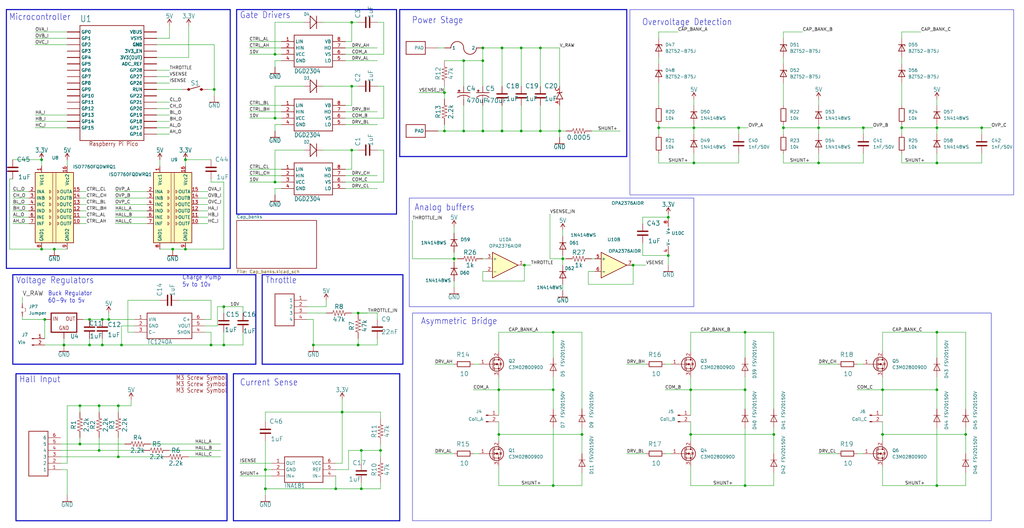
<source format=kicad_sch>
(kicad_sch (version 20231120) (generator "eeschema") (generator_version "8.0")
  (paper "User" 406.705 210.007)
  (junction (at 325.12 64.77))
  (junction (at 222.25 52.07))
  (junction (at 219.71 132.08))
  (junction (at 350.52 154.94))
  (junction (at 83.82 137.16))
  (junction (at 142.24 137.16))
  (junction (at 251.46 105.41))
  (junction (at 35.56 137.16))
  (junction (at 274.32 172.72))
  (junction (at 265.43 101.6))
  (junction (at 88.9 137.16))
  (junction (at 191.77 52.07))
  (junction (at 325.12 50.8))
  (junction (at 275.59 64.77))
  (junction (at 109.22 72.39))
  (junction (at 46.99 181.61))
  (junction (at 198.12 172.72))
  (junction (at 68.58 99.06))
  (junction (at 358.14 50.8))
  (junction (at 214.63 52.07))
  (junction (at 372.11 132.08))
  (junction (at 372.11 154.94))
  (junction (at 73.66 99.06))
  (junction (at 109.22 46.99))
  (junction (at 342.9 50.8))
  (junction (at 17.78 127))
  (junction (at 383.54 172.72))
  (junction (at 199.39 52.07))
  (junction (at 43.18 127))
  (junction (at 31.75 176.53))
  (junction (at 261.62 50.8))
  (junction (at 207.01 52.07))
  (junction (at 48.26 137.16))
  (junction (at 265.43 86.36))
  (junction (at 293.37 50.8))
  (junction (at 88.9 121.92))
  (junction (at 151.13 179.07))
  (junction (at 124.46 137.16))
  (junction (at 109.22 21.59))
  (junction (at 184.15 52.07))
  (junction (at 105.41 194.31))
  (junction (at 372.11 50.8))
  (junction (at 274.32 154.94))
  (junction (at 39.37 161.29))
  (junction (at 176.53 36.83))
  (junction (at 105.41 186.69))
  (junction (at 85.09 35.56))
  (junction (at 143.51 194.31))
  (junction (at 295.91 132.08))
  (junction (at 198.12 154.94))
  (junction (at 350.52 172.72))
  (junction (at 295.91 193.04))
  (junction (at 40.64 137.16))
  (junction (at 184.15 24.13))
  (junction (at 31.75 161.29))
  (junction (at 372.11 64.77))
  (junction (at 135.89 163.83))
  (junction (at 35.56 127))
  (junction (at 199.39 19.05))
  (junction (at 191.77 24.13))
  (junction (at 295.91 154.94))
  (junction (at 207.01 19.05))
  (junction (at 133.35 194.31))
  (junction (at 25.4 137.16))
  (junction (at 139.7 59.69))
  (junction (at 143.51 179.07))
  (junction (at 180.34 102.87))
  (junction (at 223.52 102.87))
  (junction (at 16.51 63.5))
  (junction (at 275.59 50.8))
  (junction (at 389.89 50.8))
  (junction (at 73.66 63.5))
  (junction (at 307.34 172.72))
  (junction (at 311.15 50.8))
  (junction (at 219.71 154.94))
  (junction (at 21.59 99.06))
  (junction (at 231.14 172.72))
  (junction (at 208.28 105.41))
  (junction (at 176.53 52.07))
  (junction (at 191.77 19.05))
  (junction (at 372.11 193.04))
  (junction (at 16.51 99.06))
  (junction (at 139.7 34.29))
  (junction (at 139.7 8.89))
  (junction (at 219.71 193.04))
  (junction (at 39.37 179.07))
  (junction (at 40.64 127))
  (junction (at 214.63 19.05))
  (junction (at 142.24 124.46))
  (junction (at 46.99 161.29))
  (polyline (pts (xy 6.35 148.59) (xy 6.35 207.01)) (stroke (width 0.4064) (type solid)))
  (wire (pts (xy 261.62 50.8) (xy 275.59 50.8)))
  (wire (pts (xy 129.54 121.92) (xy 129.54 119.38)) (stroke (width 0.1524)))
  (wire (pts (xy 35.56 134.62) (xy 35.56 137.16)))
  (wire (pts (xy 187.96 180.34) (xy 190.5 180.34)) (stroke (width 0.1524)))
  (wire (pts (xy 26.67 45.72) (xy 13.97 45.72)) (stroke (width 0.1524)))
  (wire (pts (xy 274.32 172.72) (xy 307.34 172.72)))
  (wire (pts (xy 109.22 59.69) (xy 120.65 59.69)) (stroke (width 0.1524)))
  (wire (pts (xy 73.66 63.5) (xy 83.82 63.5)))
  (wire (pts (xy 214.63 41.91) (xy 214.63 52.07)))
  (wire (pts (xy 83.82 119.38) (xy 83.82 127)) (stroke (width 0.1524)))
  (wire (pts (xy 340.36 144.78) (xy 342.9 144.78)) (stroke (width 0.1524)))
  (wire (pts (xy 261.62 50.8) (xy 261.62 53.34)))
  (wire (pts (xy 383.54 187.96) (xy 383.54 193.04)))
  (wire (pts (xy 293.37 50.8) (xy 297.18 50.8)))
  (wire (pts (xy 350.52 172.72) (xy 383.54 172.72)))
  (wire (pts (xy 152.4 46.99) (xy 137.16 46.99)) (stroke (width 0.1524)))
  (wire (pts (xy 163.83 87.63) (xy 163.83 102.87)))
  (wire (pts (xy 43.18 127) (xy 43.18 124.46)) (stroke (width 0.1524)))
  (wire (pts (xy 233.68 113.03) (xy 251.46 113.03)))
  (wire (pts (xy 151.13 191.77) (xy 151.13 194.31)) (stroke (width 0.1524)))
  (wire (pts (xy 275.59 60.96) (xy 275.59 64.77)))
  (wire (pts (xy 137.16 24.13) (xy 149.86 24.13)) (stroke (width 0.1524)))
  (wire (pts (xy 251.46 105.41) (xy 256.54 105.41)))
  (wire (pts (xy 261.62 49.53) (xy 261.62 50.8)))
  (wire (pts (xy 146.05 124.46) (xy 142.24 124.46)))
  (wire (pts (xy 139.7 8.89) (xy 139.7 16.51)) (stroke (width 0.1524)))
  (wire (pts (xy 176.53 52.07) (xy 184.15 52.07)) (stroke (width 0.1524)))
  (wire (pts (xy 111.76 41.91) (xy 99.06 41.91)) (stroke (width 0.1524)))
  (wire (pts (xy 332.74 180.34) (xy 325.12 180.34)))
  (wire (pts (xy 13.97 17.78) (xy 26.67 17.78)))
  (wire (pts (xy 62.23 40.64) (xy 67.31 40.64)))
  (wire (pts (xy 78.74 88.9) (xy 82.55 88.9)))
  (wire (pts (xy 149.86 8.89) (xy 152.4 8.89)))
  (wire (pts (xy 111.76 44.45) (xy 99.06 44.45)) (stroke (width 0.1524)))
  (wire (pts (xy 199.39 34.29) (xy 199.39 19.05)) (stroke (width 0.1524)))
  (wire (pts (xy 46.99 163.83) (xy 46.99 161.29)) (stroke (width 0.1524)))
  (wire (pts (xy 231.14 132.08) (xy 231.14 162.56)) (stroke (width 0.1524)))
  (wire (pts (xy 372.11 132.08) (xy 383.54 132.08)) (stroke (width 0.1524)))
  (wire (pts (xy 274.32 132.08) (xy 274.32 139.7)) (stroke (width 0.1524)))
  (wire (pts (xy 142.24 137.16) (xy 142.24 134.62)) (stroke (width 0.1524)))
  (wire (pts (xy 350.52 154.94) (xy 350.52 165.1)))
  (wire (pts (xy 264.16 180.34) (xy 266.7 180.34)) (stroke (width 0.1524)))
  (wire (pts (xy 307.34 132.08) (xy 307.34 162.56)) (stroke (width 0.1524)))
  (wire (pts (xy 25.4 137.16) (xy 25.4 134.62)) (stroke (width 0.1524)))
  (polyline (pts (xy 158.75 207.01) (xy 158.75 148.59)) (stroke (width 0.4064) (type solid)))
  (wire (pts (xy 88.9 99.06) (xy 73.66 99.06)))
  (wire (pts (xy 219.71 154.94) (xy 198.12 154.94)))
  (wire (pts (xy 78.74 83.82) (xy 82.55 83.82)))
  (polyline (pts (xy 157.48 85.09) (xy 157.48 3.81)) (stroke (width 0.4064) (type solid)))
  (wire (pts (xy 31.75 83.82) (xy 34.29 83.82)) (stroke (width 0.1524)))
  (wire (pts (xy 218.44 102.87) (xy 223.52 102.87)))
  (wire (pts (xy 307.34 187.96) (xy 307.34 193.04)))
  (wire (pts (xy 255.27 86.36) (xy 265.43 86.36)))
  (wire (pts (xy 274.32 193.04) (xy 295.91 193.04)))
  (wire (pts (xy 48.26 129.54) (xy 53.34 129.54)) (stroke (width 0.1524)))
  (wire (pts (xy 311.15 22.86) (xy 311.15 25.4)))
  (wire (pts (xy 88.9 137.16) (xy 96.52 137.16)) (stroke (width 0.1524)))
  (wire (pts (xy 222.25 41.91) (xy 222.25 52.07)) (stroke (width 0.1524)))
  (wire (pts (xy 219.71 170.18) (xy 219.71 193.04)))
  (wire (pts (xy 46.99 173.99) (xy 46.99 181.61)) (stroke (width 0.1524)))
  (wire (pts (xy 325.12 39.37) (xy 325.12 41.91)))
  (wire (pts (xy 62.23 33.02) (xy 67.31 33.02)) (stroke (width 0.1524)))
  (wire (pts (xy 389.89 50.8) (xy 372.11 50.8)))
  (wire (pts (xy 358.14 49.53) (xy 358.14 50.8)))
  (wire (pts (xy 96.52 121.92) (xy 96.52 124.46)) (stroke (width 0.1524)))
  (wire (pts (xy 109.22 26.67) (xy 109.22 24.13)) (stroke (width 0.1524)))
  (wire (pts (xy 293.37 60.96) (xy 293.37 64.77)))
  (wire (pts (xy 31.75 86.36) (xy 34.29 86.36)) (stroke (width 0.1524)))
  (wire (pts (xy 342.9 64.77) (xy 325.12 64.77)))
  (wire (pts (xy 208.28 105.41) (xy 208.28 111.76)))
  (polyline (pts (xy 101.6 144.78) (xy 5.08 144.78)) (stroke (width 0.4064) (type solid)))
  (wire (pts (xy 109.22 21.59) (xy 99.06 21.59)) (stroke (width 0.1524)))
  (wire (pts (xy 35.56 137.16) (xy 40.64 137.16)) (stroke (width 0.1524)))
  (wire (pts (xy 24.13 181.61) (xy 46.99 181.61)) (stroke (width 0.1524)))
  (wire (pts (xy 111.76 67.31) (xy 99.06 67.31)) (stroke (width 0.1524)))
  (wire (pts (xy 219.71 149.86) (xy 219.71 154.94)))
  (wire (pts (xy 111.76 69.85) (xy 99.06 69.85)) (stroke (width 0.1524)))
  (wire (pts (xy 180.34 144.78) (xy 172.72 144.78)))
  (wire (pts (xy 142.24 59.69) (xy 139.7 59.69)) (stroke (width 0.1524)))
  (wire (pts (xy 3.81 71.12) (xy 3.81 99.06)))
  (wire (pts (xy 151.13 163.83) (xy 135.89 163.83)) (stroke (width 0.1524)))
  (wire (pts (xy 135.89 184.15) (xy 133.35 184.15)) (stroke (width 0.1524)))
  (wire (pts (xy 109.22 74.93) (xy 111.76 74.93)) (stroke (width 0.1524)))
  (wire (pts (xy 198.12 132.08) (xy 198.12 139.7)) (stroke (width 0.1524)))
  (wire (pts (xy 275.59 41.91) (xy 275.59 39.37)))
  (wire (pts (xy 45.72 81.28) (xy 58.42 81.28)))
  (wire (pts (xy 88.9 124.46) (xy 88.9 121.92)) (stroke (width 0.1524)))
  (wire (pts (xy 307.34 170.18) (xy 307.34 172.72)))
  (wire (pts (xy 332.74 144.78) (xy 325.12 144.78)))
  (wire (pts (xy 50.8 119.38) (xy 63.5 119.38)) (stroke (width 0.1524)))
  (wire (pts (xy 31.75 161.29) (xy 39.37 161.29)) (stroke (width 0.1524)))
  (wire (pts (xy 149.86 34.29) (xy 152.4 34.29)))
  (wire (pts (xy 137.16 69.85) (xy 149.86 69.85)) (stroke (width 0.1524)))
  (wire (pts (xy 358.14 60.96) (xy 358.14 64.77)))
  (wire (pts (xy 295.91 154.94) (xy 274.32 154.94)))
  (wire (pts (xy 193.04 107.95) (xy 191.77 107.95)))
  (polyline (pts (xy 92.71 148.59) (xy 92.71 207.01)) (stroke (width 0.4064) (type solid)))
  (wire (pts (xy 109.22 21.59) (xy 109.22 8.89)) (stroke (width 0.1524)))
  (wire (pts (xy 149.86 134.62) (xy 149.86 137.16)))
  (wire (pts (xy 184.15 24.13) (xy 191.77 24.13)) (stroke (width 0.1524)))
  (wire (pts (xy 311.15 50.8) (xy 311.15 53.34)))
  (wire (pts (xy 191.77 24.13) (xy 191.77 19.05)) (stroke (width 0.1524)))
  (wire (pts (xy 133.35 189.23) (xy 133.35 194.31)) (stroke (width 0.1524)))
  (wire (pts (xy 31.75 163.83) (xy 31.75 161.29)) (stroke (width 0.1524)))
  (wire (pts (xy 26.67 48.26) (xy 13.97 48.26)) (stroke (width 0.1524)))
  (wire (pts (xy 67.31 15.24) (xy 67.31 10.16)) (stroke (width 0.1524)))
  (wire (pts (xy 105.41 163.83) (xy 135.89 163.83)))
  (polyline (pts (xy 101.6 109.22) (xy 101.6 144.78)) (stroke (width 0.4064) (type solid)))
  (wire (pts (xy 223.52 113.03) (xy 223.52 115.57)))
  (wire (pts (xy 48.26 137.16) (xy 48.26 129.54)) (stroke (width 0.1524)))
  (wire (pts (xy 191.77 41.91) (xy 191.77 52.07)) (stroke (width 0.1524)))
  (wire (pts (xy 383.54 172.72) (xy 383.54 180.34)))
  (wire (pts (xy 142.24 137.16) (xy 149.86 137.16)) (stroke (width 0.1524)))
  (wire (pts (xy 214.63 34.29) (xy 214.63 19.05)) (stroke (width 0.1524)))
  (wire (pts (xy 33.02 127) (xy 35.56 127)) (stroke (width 0.1524)))
  (polyline (pts (xy 90.17 207.01) (xy 90.17 148.59)) (stroke (width 0.4064) (type solid)))
  (wire (pts (xy 261.62 22.86) (xy 261.62 25.4)))
  (wire (pts (xy 231.14 187.96) (xy 231.14 193.04)))
  (wire (pts (xy 264.16 144.78) (xy 266.7 144.78)) (stroke (width 0.1524)))
  (wire (pts (xy 325.12 49.53) (xy 325.12 50.8)))
  (wire (pts (xy 62.23 22.86) (xy 74.93 22.86)) (stroke (width 0.1524)))
  (wire (pts (xy 151.13 179.07) (xy 151.13 176.53)) (stroke (width 0.1524)))
  (wire (pts (xy 199.39 41.91) (xy 199.39 52.07)))
  (wire (pts (xy 274.32 154.94) (xy 274.32 165.1)))
  (wire (pts (xy 31.75 76.2) (xy 34.29 76.2)) (stroke (width 0.1524)))
  (wire (pts (xy 143.51 184.15) (xy 143.51 179.07)) (stroke (width 0.1524)))
  (wire (pts (xy 83.82 137.16) (xy 88.9 137.16)) (stroke (width 0.1524)))
  (wire (pts (xy 261.62 64.77) (xy 275.59 64.77)))
  (wire (pts (xy 274.32 154.94) (xy 274.32 149.86)) (stroke (width 0.1524)))
  (wire (pts (xy 74.93 22.86) (xy 74.93 10.16)) (stroke (width 0.1524)))
  (wire (pts (xy 109.22 77.47) (xy 109.22 74.93)) (stroke (width 0.1524)))
  (wire (pts (xy 340.36 180.34) (xy 342.9 180.34)) (stroke (width 0.1524)))
  (polyline (pts (xy 93.98 3.81) (xy 93.98 85.09)) (stroke (width 0.4064) (type solid)))
  (wire (pts (xy 358.14 22.86) (xy 358.14 25.4)))
  (wire (pts (xy 293.37 64.77) (xy 275.59 64.77)))
  (wire (pts (xy 86.36 129.54) (xy 86.36 121.92)) (stroke (width 0.1524)))
  (polyline (pts (xy 5.08 144.78) (xy 5.08 109.22)) (stroke (width 0.4064) (type solid)))
  (wire (pts (xy 199.39 19.05) (xy 207.01 19.05)) (stroke (width 0.1524)))
  (wire (pts (xy 383.54 132.08) (xy 383.54 162.56)) (stroke (width 0.1524)))
  (wire (pts (xy 109.22 72.39) (xy 99.06 72.39)) (stroke (width 0.1524)))
  (wire (pts (xy 24.13 176.53) (xy 31.75 176.53)) (stroke (width 0.1524)))
  (wire (pts (xy 180.34 102.87) (xy 181.61 102.87)))
  (wire (pts (xy 40.64 127) (xy 43.18 127)) (stroke (width 0.1524)))
  (wire (pts (xy 372.11 193.04) (xy 383.54 193.04)))
  (wire (pts (xy 208.28 105.41) (xy 210.82 105.41)))
  (polyline (pts (xy 158.75 3.81) (xy 158.75 62.23)) (stroke (width 0.4064) (type solid)))
  (polyline (pts (xy 2.54 3.81) (xy 91.44 3.81)) (stroke (width 0.4064) (type solid)))
  (wire (pts (xy 191.77 102.87) (xy 193.04 102.87)))
  (wire (pts (xy 85.09 35.56) (xy 85.09 38.1)) (stroke (width 0.1524)))
  (wire (pts (xy 139.7 16.51) (xy 137.16 16.51)) (stroke (width 0.1524)))
  (wire (pts (xy 372.11 162.56) (xy 372.11 154.94)))
  (wire (pts (xy 358.14 15.24) (xy 358.14 12.7)))
  (wire (pts (xy 26.67 161.29) (xy 31.75 161.29)) (stroke (width 0.1524)))
  (wire (pts (xy 350.52 154.94) (xy 350.52 149.86)) (stroke (width 0.1524)))
  (wire (pts (xy 53.34 132.08) (xy 50.8 132.08)) (stroke (width 0.1524)))
  (wire (pts (xy 96.52 137.16) (xy 96.52 132.08)) (stroke (width 0.1524)))
  (wire (pts (xy 325.12 50.8) (xy 325.12 53.34)))
  (wire (pts (xy 176.53 34.29) (xy 176.53 36.83)) (stroke (width 0.1524)))
  (wire (pts (xy 372.11 41.91) (xy 372.11 39.37)))
  (wire (pts (xy 143.51 179.07) (xy 138.43 179.07)) (stroke (width 0.1524)))
  (wire (pts (xy 137.16 44.45) (xy 149.86 44.45)) (stroke (width 0.1524)))
  (wire (pts (xy 39.37 173.99) (xy 39.37 179.07)) (stroke (width 0.1524)))
  (wire (pts (xy 342.9 60.96) (xy 342.9 64.77)))
  (wire (pts (xy 35.56 127) (xy 40.64 127)) (stroke (width 0.1524)))
  (wire (pts (xy 222.25 54.61) (xy 222.25 52.07)) (stroke (width 0.1524)))
  (wire (pts (xy 88.9 137.16) (xy 88.9 132.08)) (stroke (width 0.1524)))
  (wire (pts (xy 111.76 46.99) (xy 109.22 46.99)) (stroke (width 0.1524)))
  (wire (pts (xy 59.69 176.53) (xy 87.63 176.53)) (stroke (width 0.1524)))
  (wire (pts (xy 293.37 53.34) (xy 293.37 50.8)))
  (wire (pts (xy 67.31 179.07) (xy 87.63 179.07)) (stroke (width 0.1524)))
  (wire (pts (xy 5.08 76.2) (xy 11.43 76.2)))
  (wire (pts (xy 139.7 67.31) (xy 137.16 67.31)) (stroke (width 0.1524)))
  (wire (pts (xy 234.95 52.07) (xy 246.38 52.07)) (stroke (width 0.1524)))
  (wire (pts (xy 350.52 185.42) (xy 350.52 193.04)))
  (wire (pts (xy 207.01 19.05) (xy 214.63 19.05)) (stroke (width 0.1524)))
  (wire (pts (xy 372.11 132.08) (xy 372.11 142.24)))
  (wire (pts (xy 295.91 162.56) (xy 295.91 154.94)))
  (wire (pts (xy 219.71 132.08) (xy 231.14 132.08)) (stroke (width 0.1524)))
  (wire (pts (xy 109.22 8.89) (xy 120.65 8.89)) (stroke (width 0.1524)))
  (wire (pts (xy 311.15 49.53) (xy 311.15 50.8)))
  (wire (pts (xy 26.67 186.69) (xy 26.67 196.85)) (stroke (width 0.1524)))
  (wire (pts (xy 26.67 184.15) (xy 26.67 161.29)) (stroke (width 0.1524)))
  (wire (pts (xy 358.14 64.77) (xy 372.11 64.77)))
  (wire (pts (xy 26.67 50.8) (xy 13.97 50.8)) (stroke (width 0.1524)))
  (wire (pts (xy 325.12 60.96) (xy 325.12 64.77)))
  (wire (pts (xy 5.08 71.12) (xy 3.81 71.12)))
  (wire (pts (xy 62.23 17.78) (xy 85.09 17.78)) (stroke (width 0.1524)))
  (wire (pts (xy 139.7 41.91) (xy 137.16 41.91)) (stroke (width 0.1524)))
  (wire (pts (xy 5.08 63.5) (xy 16.51 63.5)))
  (wire (pts (xy 21.59 99.06) (xy 26.67 99.06)))
  (wire (pts (xy 275.59 49.53) (xy 275.59 50.8)))
  (wire (pts (xy 261.62 60.96) (xy 261.62 64.77)))
  (wire (pts (xy 142.24 124.46) (xy 149.86 124.46)) (stroke (width 0.1524)))
  (wire (pts (xy 389.89 64.77) (xy 372.11 64.77)))
  (wire (pts (xy 222.25 34.29) (xy 222.25 19.05)) (stroke (width 0.1524)))
  (wire (pts (xy 78.74 86.36) (xy 82.55 86.36)))
  (wire (pts (xy 255.27 96.52) (xy 255.27 101.6)))
  (wire (pts (xy 63.5 63.5) (xy 63.5 66.04)))
  (wire (pts (xy 219.71 193.04) (xy 231.14 193.04)))
  (wire (pts (xy 121.92 127) (xy 124.46 127)) (stroke (width 0.1524)))
  (wire (pts (xy 3.81 99.06) (xy 16.51 99.06)))
  (wire (pts (xy 16.51 99.06) (xy 21.59 99.06)))
  (wire (pts (xy 46.99 161.29) (xy 52.07 161.29)) (stroke (width 0.1524)))
  (wire (pts (xy 350.52 132.08) (xy 372.11 132.08)) (stroke (width 0.1524)))
  (wire (pts (xy 121.92 124.46) (xy 129.54 124.46)) (stroke (width 0.1524)))
  (wire (pts (xy 135.89 158.75) (xy 135.89 163.83)) (stroke (width 0.1524)))
  (wire (pts (xy 45.72 76.2) (xy 58.42 76.2)))
  (wire (pts (xy 5.08 81.28) (xy 11.43 81.28)))
  (wire (pts (xy 68.58 99.06) (xy 73.66 99.06)))
  (wire (pts (xy 219.71 162.56) (xy 219.71 154.94)))
  (wire (pts (xy 198.12 172.72) (xy 198.12 175.26)))
  (wire (pts (xy 111.76 19.05) (xy 99.06 19.05)) (stroke (width 0.1524)))
  (wire (pts (xy 8.89 118.11) (xy 8.89 120.65)))
  (wire (pts (xy 342.9 50.8) (xy 325.12 50.8)))
  (wire (pts (xy 83.82 127) (xy 81.28 127)) (stroke (width 0.1524)))
  (wire (pts (xy 128.27 8.89) (xy 139.7 8.89)) (stroke (width 0.1524)))
  (wire (pts (xy 109.22 46.99) (xy 99.06 46.99)) (stroke (width 0.1524)))
  (wire (pts (xy 149.86 59.69) (xy 152.4 59.69)))
  (wire (pts (xy 176.53 36.83) (xy 166.37 36.83)) (stroke (width 0.1524)))
  (polyline (pts (xy 90.17 148.59) (xy 6.35 148.59)) (stroke (width 0.4064) (type solid)))
  (wire (pts (xy 31.75 81.28) (xy 34.29 81.28)) (stroke (width 0.1524)))
  (wire (pts (xy 219.71 132.08) (xy 219.71 142.24)))
  (wire (pts (xy 207.01 52.07) (xy 214.63 52.07)) (stroke (width 0.1524)))
  (wire (pts (xy 152.4 21.59) (xy 137.16 21.59)) (stroke (width 0.1524)))
  (polyline (pts (xy 2.54 106.68) (xy 2.54 3.81)) (stroke (width 0.4064) (type solid)))
  (polyline (pts (xy 93.98 85.09) (xy 157.48 85.09)) (stroke (width 0.4064) (type solid)))
  (wire (pts (xy 83.82 72.39) (xy 88.9 72.39)))
  (wire (pts (xy 111.76 21.59) (xy 109.22 21.59)) (stroke (width 0.1524)))
  (wire (pts (xy 180.34 102.87) (xy 180.34 104.14)))
  (wire (pts (xy 224.79 102.87) (xy 223.52 102.87)))
  (wire (pts (xy 62.23 27.94) (xy 67.31 27.94)) (stroke (width 0.1524)))
  (wire (pts (xy 198.12 154.94) (xy 198.12 165.1)))
  (wire (pts (xy 207.01 34.29) (xy 207.01 19.05)) (stroke (width 0.1524)))
  (wire (pts (xy 86.36 121.92) (xy 88.9 121.92)) (stroke (width 0.1524)))
  (wire (pts (xy 62.23 50.8) (xy 67.31 50.8)) (stroke (width 0.1524)))
  (wire (pts (xy 139.7 59.69) (xy 139.7 67.31)) (stroke (width 0.1524)))
  (wire (pts (xy 255.27 101.6) (xy 265.43 101.6)))
  (wire (pts (xy 274.32 132.08) (xy 295.91 132.08)) (stroke (width 0.1524)))
  (wire (pts (xy 133.35 194.31) (xy 143.51 194.31)) (stroke (width 0.1524)))
  (wire (pts (xy 71.12 119.38) (xy 83.82 119.38)) (stroke (width 0.1524)))
  (wire (pts (xy 311.15 12.7) (xy 318.77 12.7)))
  (wire (pts (xy 198.12 132.08) (xy 219.71 132.08)) (stroke (width 0.1524)))
  (wire (pts (xy 26.67 63.5) (xy 26.67 66.04)))
  (wire (pts (xy 25.4 137.16) (xy 35.56 137.16)) (stroke (width 0.1524)))
  (wire (pts (xy 163.83 102.87) (xy 180.34 102.87)))
  (wire (pts (xy 137.16 74.93) (xy 149.86 74.93)) (stroke (width 0.1524)))
  (wire (pts (xy 372.11 154.94) (xy 350.52 154.94)))
  (wire (pts (xy 358.14 33.02) (xy 358.14 41.91)))
  (wire (pts (xy 295.91 193.04) (xy 307.34 193.04)))
  (wire (pts (xy 222.25 52.07) (xy 224.79 52.07)) (stroke (width 0.1524)))
  (wire (pts (xy 191.77 34.29) (xy 191.77 24.13)) (stroke (width 0.1524)))
  (wire (pts (xy 173.99 52.07) (xy 176.53 52.07)) (stroke (width 0.1524)))
  (polyline (pts (xy 160.02 109.22) (xy 104.14 109.22)) (stroke (width 0.4064) (type solid)))
  (wire (pts (xy 43.18 127) (xy 53.34 127)) (stroke (width 0.1524)))
  (wire (pts (xy 151.13 166.37) (xy 151.13 163.83)) (stroke (width 0.1524)))
  (wire (pts (xy 256.54 144.78) (xy 248.92 144.78)))
  (wire (pts (xy 40.64 137.16) (xy 48.26 137.16)) (stroke (width 0.1524)))
  (wire (pts (xy 39.37 161.29) (xy 46.99 161.29)) (stroke (width 0.1524)))
  (wire (pts (xy 52.07 161.29) (xy 52.07 158.75)) (stroke (width 0.1524)))
  (wire (pts (xy 31.75 176.53) (xy 49.53 176.53)) (stroke (width 0.1524)))
  (wire (pts (xy 24.13 184.15) (xy 26.67 184.15)) (stroke (width 0.1524)))
  (wire (pts (xy 143.51 191.77) (xy 143.51 194.31)))
  (wire (pts (xy 78.74 81.28) (xy 82.55 81.28)))
  (wire (pts (xy 311.15 50.8) (xy 325.12 50.8)))
  (wire (pts (xy 62.23 48.26) (xy 67.31 48.26)) (stroke (width 0.1524)))
  (wire (pts (xy 261.62 15.24) (xy 261.62 12.7)))
  (wire (pts (xy 63.5 99.06) (xy 68.58 99.06)))
  (wire (pts (xy 176.53 24.13) (xy 184.15 24.13)) (stroke (width 0.1524)))
  (polyline (pts (xy 91.44 3.81) (xy 91.44 106.68)) (stroke (width 0.4064) (type solid)))
  (polyline (pts (xy 248.92 3.81) (xy 158.75 3.81)) (stroke (width 0.4064) (type solid)))
  (wire (pts (xy 231.14 170.18) (xy 231.14 172.72)))
  (wire (pts (xy 256.54 180.34) (xy 248.92 180.34)))
  (wire (pts (xy 62.23 35.56) (xy 72.39 35.56)))
  (wire (pts (xy 350.52 167.64) (xy 350.52 172.72)))
  (wire (pts (xy 191.77 111.76) (xy 208.28 111.76)))
  (polyline (pts (xy 160.02 144.78) (xy 160.02 109.22)) (stroke (width 0.4064) (type solid)))
  (wire (pts (xy 350.52 172.72) (xy 350.52 175.26)))
  (polyline (pts (xy 158.75 62.23) (xy 248.92 62.23)) (stroke (width 0.4064) (type solid)))
  (wire (pts (xy 121.92 121.92) (xy 129.54 121.92)) (stroke (width 0.1524)))
  (wire (pts (xy 199.39 52.07) (xy 207.01 52.07)) (stroke (width 0.1524)))
  (wire (pts (xy 138.43 186.69) (xy 133.35 186.69)) (stroke (width 0.1524)))
  (wire (pts (xy 88.9 121.92) (xy 96.52 121.92)) (stroke (width 0.1524)))
  (wire (pts (xy 109.22 52.07) (xy 109.22 49.53)) (stroke (width 0.1524)))
  (wire (pts (xy 152.4 59.69) (xy 152.4 72.39)) (stroke (width 0.1524)))
  (wire (pts (xy 17.78 137.16) (xy 25.4 137.16)))
  (wire (pts (xy 173.99 19.05) (xy 176.53 19.05)) (stroke (width 0.1524)))
  (wire (pts (xy 81.28 129.54) (xy 86.36 129.54)) (stroke (width 0.1524)))
  (wire (pts (xy 109.22 72.39) (xy 109.22 59.69)) (stroke (width 0.1524)))
  (wire (pts (xy 62.23 30.48) (xy 67.31 30.48)) (stroke (width 0.1524)))
  (wire (pts (xy 350.52 154.94) (xy 340.36 154.94)) (stroke (width 0.1524)))
  (wire (pts (xy 5.08 86.36) (xy 11.43 86.36)))
  (wire (pts (xy 16.51 63.5) (xy 16.51 66.04)))
  (wire (pts (xy 83.82 132.08) (xy 83.82 137.16)) (stroke (width 0.1524)))
  (wire (pts (xy 295.91 170.18) (xy 295.91 193.04)))
  (wire (pts (xy 107.95 184.15) (xy 95.25 184.15)) (stroke (width 0.1524)))
  (wire (pts (xy 152.4 34.29) (xy 152.4 46.99)) (stroke (width 0.1524)))
  (wire (pts (xy 109.22 34.29) (xy 120.65 34.29)) (stroke (width 0.1524)))
  (polyline (pts (xy 6.35 207.01) (xy 90.17 207.01)) (stroke (width 0.4064) (type solid)))
  (wire (pts (xy 372.11 149.86) (xy 372.11 154.94)))
  (wire (pts (xy 105.41 194.31) (xy 105.41 196.85)) (stroke (width 0.1524)))
  (wire (pts (xy 358.14 50.8) (xy 358.14 53.34)))
  (wire (pts (xy 17.78 127) (xy 17.78 134.62)))
  (wire (pts (xy 350.52 132.08) (xy 350.52 139.7)) (stroke (width 0.1524)))
  (wire (pts (xy 191.77 52.07) (xy 199.39 52.07)) (stroke (width 0.1524)))
  (wire (pts (xy 105.41 175.26) (xy 105.41 186.69)))
  (wire (pts (xy 111.76 72.39) (xy 109.22 72.39)) (stroke (width 0.1524)))
  (wire (pts (xy 372.11 60.96) (xy 372.11 64.77)))
  (wire (pts (xy 40.64 134.62) (xy 40.64 137.16)))
  (wire (pts (xy 46.99 181.61) (xy 64.77 181.61)) (stroke (width 0.1524)))
  (wire (pts (xy 261.62 12.7) (xy 269.24 12.7)))
  (wire (pts (xy 78.74 78.74) (xy 82.55 78.74)))
  (wire (pts (xy 124.46 127) (xy 124.46 137.16)) (stroke (width 0.1524)))
  (wire (pts (xy 107.95 186.69) (xy 105.41 186.69)) (stroke (width 0.1524)))
  (wire (pts (xy 191.77 107.95) (xy 191.77 111.76)))
  (polyline (pts (xy 158.75 148.59) (xy 92.71 148.59)) (stroke (width 0.4064) (type solid)))
  (wire (pts (xy 342.9 50.8) (xy 346.71 50.8)))
  (wire (pts (xy 389.89 50.8) (xy 393.7 50.8)))
  (wire (pts (xy 295.91 132.08) (xy 295.91 142.24)))
  (wire (pts (xy 251.46 113.03) (xy 251.46 105.41)))
  (wire (pts (xy 372.11 170.18) (xy 372.11 193.04)))
  (wire (pts (xy 311.15 60.96) (xy 311.15 64.77)))
  (wire (pts (xy 62.23 45.72) (xy 67.31 45.72)) (stroke (width 0.1524)))
  (wire (pts (xy 198.12 154.94) (xy 198.12 149.86)) (stroke (width 0.1524)))
  (wire (pts (xy 62.23 53.34) (xy 67.31 53.34)) (stroke (width 0.1524)))
  (wire (pts (xy 295.91 132.08) (xy 307.34 132.08)) (stroke (width 0.1524)))
  (wire (pts (xy 138.43 179.07) (xy 138.43 186.69)) (stroke (width 0.1524)))
  (wire (pts (xy 31.75 173.99) (xy 31.75 176.53)) (stroke (width 0.1524)))
  (polyline (pts (xy 5.08 109.22) (xy 101.6 109.22)) (stroke (width 0.4064) (type solid)))
  (wire (pts (xy 107.95 189.23) (xy 95.25 189.23)) (stroke (width 0.1524)))
  (wire (pts (xy 109.22 46.99) (xy 109.22 34.29)) (stroke (width 0.1524)))
  (wire (pts (xy 350.52 193.04) (xy 372.11 193.04)))
  (wire (pts (xy 223.52 102.87) (xy 223.52 105.41)))
  (wire (pts (xy 151.13 181.61) (xy 151.13 179.07)) (stroke (width 0.1524)))
  (wire (pts (xy 105.41 167.64) (xy 105.41 163.83)))
  (wire (pts (xy 214.63 19.05) (xy 222.25 19.05)) (stroke (width 0.1524)))
  (wire (pts (xy 81.28 132.08) (xy 83.82 132.08)) (stroke (width 0.1524)))
  (wire (pts (xy 8.89 125.73) (xy 8.89 127)))
  (wire (pts (xy 62.23 43.18) (xy 67.31 43.18)) (stroke (width 0.1524)))
  (wire (pts (xy 176.53 36.83) (xy 176.53 39.37)) (stroke (width 0.1524)))
  (wire (pts (xy 24.13 186.69) (xy 26.67 186.69)) (stroke (width 0.1524)))
  (wire (pts (xy 137.16 19.05) (xy 149.86 19.05)) (stroke (width 0.1524)))
  (wire (pts (xy 39.37 163.83) (xy 39.37 161.29)) (stroke (width 0.1524)))
  (wire (pts (xy 261.62 33.02) (xy 261.62 41.91)))
  (wire (pts (xy 274.32 172.72) (xy 274.32 175.26)))
  (wire (pts (xy 198.12 167.64) (xy 198.12 172.72)))
  (wire (pts (xy 142.24 8.89) (xy 139.7 8.89)) (stroke (width 0.1524)))
  (wire (pts (xy 265.43 85.09) (xy 265.43 86.36)))
  (wire (pts (xy 82.55 35.56) (xy 85.09 35.56)))
  (wire (pts (xy 13.97 12.7) (xy 26.67 12.7)))
  (wire (pts (xy 275.59 50.8) (xy 275.59 53.34)))
  (wire (pts (xy 198.12 172.72) (xy 231.14 172.72)))
  (wire (pts (xy 389.89 60.96) (xy 389.89 64.77)))
  (wire (pts (xy 187.96 144.78) (xy 190.5 144.78)) (stroke (width 0.1524)))
  (wire (pts (xy 50.8 132.08) (xy 50.8 119.38)) (stroke (width 0.1524)))
  (polyline (pts (xy 91.44 106.68) (xy 2.54 106.68)) (stroke (width 0.4064) (type solid)))
  (wire (pts (xy 5.08 83.82) (xy 11.43 83.82)))
  (wire (pts (xy 105.41 186.69) (xy 105.41 194.31)) (stroke (width 0.1524)))
  (wire (pts (xy 5.08 78.74) (xy 11.43 78.74)))
  (wire (pts (xy 5.08 88.9) (xy 11.43 88.9)))
  (wire (pts (xy 180.34 92.71) (xy 180.34 90.17)))
  (wire (pts (xy 139.7 124.46) (xy 142.24 124.46)) (stroke (width 0.1524)))
  (wire (pts (xy 133.35 194.31) (xy 105.41 194.31)) (stroke (width 0.1524)))
  (wire (pts (xy 176.53 49.53) (xy 176.53 52.07)) (stroke (width 0.1524)))
  (wire (pts (xy 58.42 83.82) (xy 45.72 83.82)) (stroke (width 0.1524)))
  (wire (pts (xy 311.15 64.77) (xy 325.12 64.77)))
  (wire (pts (xy 198.12 185.42) (xy 198.12 193.04)))
  (wire (pts (xy 109.22 49.53) (xy 111.76 49.53)) (stroke (width 0.1524)))
  (wire (pts (xy 124.46 137.16) (xy 142.24 137.16)) (stroke (width 0.1524)))
  (wire (pts (xy 207.01 41.91) (xy 207.01 52.07)))
  (polyline (pts (xy 104.14 109.22) (xy 104.14 144.78)) (stroke (width 0.4064) (type solid)))
  (wire (pts (xy 372.11 50.8) (xy 372.11 53.34)))
  (wire (pts (xy 231.14 172.72) (xy 231.14 180.34)))
  (wire (pts (xy 198.12 154.94) (xy 187.96 154.94)) (stroke (width 0.1524)))
  (wire (pts (xy 218.44 85.09) (xy 218.44 102.87)))
  (wire (pts (xy 85.09 17.78) (xy 85.09 35.56)) (stroke (width 0.1524)))
  (wire (pts (xy 274.32 185.42) (xy 274.32 193.04)))
  (wire (pts (xy 223.52 101.6) (xy 223.52 102.87)))
  (wire (pts (xy 311.15 33.02) (xy 311.15 41.91)))
  (polyline (pts (xy 104.14 144.78) (xy 160.02 144.78)) (stroke (width 0.4064) (type solid)))
  (wire (pts (xy 39.37 179.07) (xy 57.15 179.07)) (stroke (width 0.1524)))
  (wire (pts (xy 48.26 137.16) (xy 83.82 137.16)) (stroke (width 0.1524)))
  (wire (pts (xy 265.43 101.6) (xy 265.43 105.41)))
  (wire (pts (xy 152.4 8.89) (xy 152.4 21.59)) (stroke (width 0.1524)))
  (wire (pts (xy 83.82 71.12) (xy 83.82 72.39)))
  (wire (pts (xy 389.89 53.34) (xy 389.89 50.8)))
  (wire (pts (xy 78.74 76.2) (xy 82.55 76.2)))
  (wire (pts (xy 58.42 86.36) (xy 45.72 86.36)) (stroke (width 0.1524)))
  (wire (pts (xy 358.14 50.8) (xy 372.11 50.8)))
  (wire (pts (xy 128.27 34.29) (xy 139.7 34.29)) (stroke (width 0.1524)))
  (wire (pts (xy 234.95 102.87) (xy 236.22 102.87)))
  (wire (pts (xy 255.27 88.9) (xy 255.27 86.36)))
  (wire (pts (xy 45.72 78.74) (xy 58.42 78.74)))
  (wire (pts (xy 152.4 72.39) (xy 137.16 72.39)) (stroke (width 0.1524)))
  (wire (pts (xy 274.32 154.94) (xy 264.16 154.94)) (stroke (width 0.1524)))
  (wire (pts (xy 142.24 34.29) (xy 139.7 34.29)) (stroke (width 0.1524)))
  (wire (pts (xy 184.15 34.29) (xy 184.15 24.13)) (stroke (width 0.1524)))
  (wire (pts (xy 58.42 88.9) (xy 45.72 88.9)) (stroke (width 0.1524)))
  (polyline (pts (xy 248.92 62.23) (xy 248.92 3.81)) (stroke (width 0.4064) (type solid)))
  (wire (pts (xy 198.12 193.04) (xy 219.71 193.04)))
  (wire (pts (xy 135.89 163.83) (xy 135.89 184.15)) (stroke (width 0.1524)))
  (wire (pts (xy 311.15 15.24) (xy 311.15 12.7)))
  (wire (pts (xy 128.27 59.69) (xy 139.7 59.69)) (stroke (width 0.1524)))
  (wire (pts (xy 372.11 49.53) (xy 372.11 50.8)))
  (wire (pts (xy 137.16 49.53) (xy 149.86 49.53)) (stroke (width 0.1524)))
  (wire (pts (xy 383.54 170.18) (xy 383.54 172.72)))
  (wire (pts (xy 143.51 179.07) (xy 151.13 179.07)) (stroke (width 0.1524)))
  (wire (pts (xy 180.34 111.76) (xy 180.34 114.3)))
  (wire (pts (xy 236.22 107.95) (xy 233.68 107.95)))
  (wire (pts (xy 293.37 50.8) (xy 275.59 50.8)))
  (wire (pts (xy 62.23 15.24) (xy 67.31 15.24)) (stroke (width 0.1524)))
  (wire (pts (xy 180.34 180.34) (xy 172.72 180.34)))
  (wire (pts (xy 31.75 78.74) (xy 34.29 78.74)) (stroke (width 0.1524)))
  (wire (pts (xy 31.75 88.9) (xy 34.29 88.9)) (stroke (width 0.1524)))
  (wire (pts (xy 307.34 172.72) (xy 307.34 180.34)))
  (polyline (pts (xy 92.71 207.01) (xy 158.75 207.01)) (stroke (width 0.4064) (type solid)))
  (wire (pts (xy 13.97 15.24) (xy 26.67 15.24)))
  (wire (pts (xy 8.89 127) (xy 17.78 127)))
  (wire (pts (xy 184.15 41.91) (xy 184.15 52.07)) (stroke (width 0.1524)))
  (wire (pts (xy 73.66 63.5) (xy 73.66 66.04)))
  (wire (pts (xy 214.63 52.07) (xy 222.25 52.07)) (stroke (width 0.1524)))
  (wire (pts (xy 223.52 93.98) (xy 223.52 91.44)))
  (wire (pts (xy 191.77 19.05) (xy 199.39 19.05)) (stroke (width 0.1524)))
  (wire (pts (xy 139.7 34.29) (xy 139.7 41.91)) (stroke (width 0.1524)))
  (wire (pts (xy 149.86 124.46) (xy 149.86 127)) (stroke (width 0.1524)))
  (wire (pts (xy 295.91 149.86) (xy 295.91 154.94)))
  (wire (pts (xy 274.32 167.64) (xy 274.32 172.72)))
  (polyline (pts (xy 157.48 3.81) (xy 93.98 3.81)) (stroke (width 0.4064) (type solid)))
  (wire (pts (xy 143.51 194.31) (xy 151.13 194.31)) (stroke (width 0.1524)))
  (wire (pts (xy 88.9 72.39) (xy 88.9 99.06)))
  (wire (pts (xy 180.34 100.33) (xy 180.34 102.87)))
  (wire (pts (xy 342.9 53.34) (xy 342.9 50.8)))
  (wire (pts (xy 184.15 52.07) (xy 191.77 52.07)) (stroke (width 0.1524)))
  (wire (pts (xy 109.22 24.13) (xy 111.76 24.13)) (stroke (width 0.1524)))
  (wire (pts (xy 111.76 16.51) (xy 99.06 16.51)) (stroke (width 0.1524)))
  (wire (pts (xy 233.68 107.95) (xy 233.68 113.03)))
  (wire (pts (xy 358.14 12.7) (xy 365.76 12.7)))
  (wire (pts (xy 24.13 179.07) (xy 39.37 179.07)) (stroke (width 0.1524)))
  (wire (pts (xy 74.93 181.61) (xy 87.63 181.61)) (stroke (width 0.1524)))
  (rectangle (start 250.19 3.81) (end 402.59 77.47))
  (rectangle (start 162.56 78.74) (end 275.59 121.92))
  (rectangle (start 163.83 124.46) (end 393.7 207.01))
  (text "Current Sense" (at 95.25 153.67 0) (effects (font (size 2.54 2.159)) (justify left bottom)))
  (text "Power Stage" (at 163.576 9.652 0) (effects (font (size 2.54 2.159)) (justify left bottom)))
  (text "Throttle" (at 105.41 113.03 0) (effects (font (size 2.54 2.159)) (justify left bottom)))
  (text "Overvoltage Detection" (at 255.016 10.414 0) (effects (font (size 2.54 2.159)) (justify left bottom)))
  (text "Buck Regulator\n60-9v to 5v" (at 19.05 120.65 0) (effects (font (size 1.778 1.5113)) (justify left bottom)))
  (text "Microcontroller" (at 3.556 8.382 0) (effects (font (size 2.54 2.159)) (justify left bottom)))
  (text "Hall Input" (at 7.62 152.4 0) (effects (font (size 2.54 2.159)) (justify left bottom)))
  (text "Gate Drivers" (at 95.25 7.62 0) (effects (font (size 2.54 2.159)) (justify left bottom)))
  (text "Charge Pump\n5v to 10v" (at 72.39 114.3 0) (effects (font (size 1.778 1.5113)) (justify left bottom)))
  (text "Analog buffers" (at 164.592 84.074 0) (effects (font (size 2.54 2.159)) (justify left bottom)))
  (text "Voltage Regulators" (at 6.35 113.03 0) (effects (font (size 2.54 2.159)) (justify left bottom)))
  (text "Asymmetric Bridge" (at 167.132 129.286 0) (effects (font (size 2.54 2.159)) (justify left bottom)))
  (label "CTRL_AL" (at 99.06 16.51 0) (effects (font (size 1.2446 1.2446))))
  (label "HB_I" (at 13.97 48.26 0) (effects (font (size 1.2446 1.2446))))
  (label "DRV_BL" (at 139.7 49.53 0) (effects (font (size 1.2446 1.2446))))
  (label "SHUNT+" (at 237.49 52.07 0) (effects (font (size 1.2446 1.2446))))
  (label "DRV_AL" (at 139.7 24.13 0) (effects (font (size 1.2446 1.2446))))
  (label "DRV_BH" (at 248.92 144.78 0) (effects (font (size 1.2446 1.2446))))
  (label "COM_A" (at 139.7 21.59 0) (effects (font (size 1.2446 1.2446))))
  (label "10V" (at 91.44 121.92 0) (effects (font (size 1.2446 1.2446))))
  (label "HALL_C" (at 77.47 181.61 0) (effects (font (size 1.2446 1.2446))))
  (label "HC_I" (at 82.55 88.9 0))
  (label "SHUNT+" (at 359.41 193.04 0))
  (label "CTRL_BL" (at 34.29 81.28 0) (effects (font (size 1.2446 1.2446))))
  (label "OVB_I" (at 82.55 78.74 0))
  (label "THROTTLE_IN" (at 163.83 87.63 0) (effects (font (size 1.2446 1.2446))))
  (label "VSENSE_IN" (at 166.37 36.83 0) (effects (font (size 1.2446 1.2446))))
  (label "CTRL_CH" (at 34.29 78.74 0) (effects (font (size 1.2446 1.2446))))
  (label "SHUNT+" (at 95.25 189.23 0) (effects (font (size 1.2446 1.2446))))
  (label "OVP_C" (at 393.7 50.8 0))
  (label "AH_O" (at 67.31 53.34 0) (effects (font (size 1.2446 1.2446))))
  (label "CTRL_AL" (at 34.29 86.36 0) (effects (font (size 1.2446 1.2446))))
  (label "AH_O" (at 5.08 88.9 0))
  (label "HB_I" (at 82.55 86.36 0))
  (label "CTRL_AH" (at 99.06 19.05 0) (effects (font (size 1.2446 1.2446))))
  (label "HALL_A" (at 45.72 83.82 0) (effects (font (size 1.2446 1.2446))))
  (label "HALL_A" (at 77.47 176.53 0) (effects (font (size 1.2446 1.2446))))
  (label "CL_O" (at 5.08 76.2 0))
  (label "OVA_I" (at 82.55 76.2 0))
  (label "CAP_BANK_C" (at 365.76 12.7 0))
  (label "DRV_CH" (at 139.7 69.85 0) (effects (font (size 1.2446 1.2446))))
  (label "OVP_B" (at 45.72 78.74 0))
  (label "CTRL_CL" (at 34.29 76.2 0) (effects (font (size 1.2446 1.2446))))
  (label "SHUNT+" (at 283.21 193.04 0))
  (label "THROTTLE" (at 67.31 27.94 0) (effects (font (size 1.2446 1.2446))))
  (label "OVP_A" (at 45.72 76.2 0))
  (label "CAP_BANK_B" (at 278.13 132.08 0))
  (label "DRV_BH" (at 139.7 44.45 0) (effects (font (size 1.2446 1.2446))))
  (label "BL_O" (at 5.08 81.28 0))
  (label "COM_C" (at 340.36 154.94 0) (effects (font (size 1.2446 1.2446))))
  (label "CH_O" (at 67.31 43.18 0) (effects (font (size 1.2446 1.2446))))
  (label "10V" (at 99.06 46.99 0) (effects (font (size 1.2446 1.2446))))
  (label "BH_O" (at 67.31 48.26 0) (effects (font (size 1.2446 1.2446))))
  (label "DRV_AH" (at 139.7 19.05 0) (effects (font (size 1.2446 1.2446))))
  (label "BL_O" (at 67.31 45.72 0) (effects (font (size 1.2446 1.2446))))
  (label "THROTTLE_IN" (at 146.05 124.46 0) (effects (font (size 1.2446 1.2446))))
  (label "OVB_I" (at 13.97 15.24 0))
  (label "THROTTLE" (at 210.82 105.41 0) (effects (font (size 1.2446 1.2446))))
  (label "OVP_B" (at 346.71 50.8 0))
  (label "OVP_C" (at 45.72 81.28 0))
  (label "SHUNT+" (at 359.41 64.77 0))
  (label "OVP_A" (at 297.18 50.8 0))
  (label "HA_I" (at 82.55 83.82 0))
  (label "VSENSE" (at 256.54 105.41 0) (effects (font (size 1.2446 1.2446))))
  (label "CAP_BANK_A" (at 269.24 12.7 0))
  (label "CAP_BANK_B" (at 318.77 12.7 0))
  (label "ISENSE" (at 67.31 33.02 0) (effects (font (size 1.2446 1.2446))))
  (label "DRV_CL" (at 139.7 74.93 0) (effects (font (size 1.2446 1.2446))))
  (label "SHUNT+" (at 207.01 193.04 0))
  (label "OVC_I" (at 82.55 81.28 0))
  (label "COM_A" (at 187.96 154.94 0) (effects (font (size 1.2446 1.2446))))
  (label "OVC_I" (at 13.97 17.78 0))
  (label "HALL_B" (at 77.47 179.07 0) (effects (font (size 1.2446 1.2446))))
  (label "COM_B" (at 264.16 154.94 0) (effects (font (size 1.2446 1.2446))))
  (label "CTRL_BH" (at 34.29 83.82 0) (effects (font (size 1.2446 1.2446))))
  (label "CTRL_CH" (at 99.06 69.85 0) (effects (font (size 1.2446 1.2446))))
  (label "DRV_CL" (at 325.12 180.34 0) (effects (font (size 1.2446 1.2446))))
  (label "SHUNT+" (at 265.43 64.77 0))
  (label "HC_I" (at 13.97 50.8 0) (effects (font (size 1.2446 1.2446))))
  (label "CL_O" (at 67.31 40.64 0) (effects (font (size 1.2446 1.2446))))
  (label "VSENSE" (at 67.31 30.48 0) (effects (font (size 1.2446 1.2446))))
  (label "VSENSE_IN" (at 218.44 85.09 0) (effects (font (size 1.2446 1.2446))))
  (label "HA_I" (at 13.97 45.72 0) (effects (font (size 1.2446 1.2446))))
  (label "AL_O" (at 5.08 86.36 0))
  (label "BH_O" (at 5.08 83.82 0))
  (label "CTRL_BH" (at 99.06 44.45 0) (effects (font (size 1.2446 1.2446))))
  (label "SHUNT+" (at 313.69 64.77 0))
  (label "CTRL_AH" (at 34.29 88.9 0) (effects (font (size 1.2446 1.2446))))
  (label "CTRL_BL" (at 99.06 41.91 0) (effects (font (size 1.2446 1.2446))))
  (label "AL_O" (at 67.31 50.8 0) (effects (font (size 1.2446 1.2446))))
  (label "CH_O" (at 5.08 78.74 0))
  (label "CAP_BANK_C" (at 354.33 132.08 0))
  (label "CTRL_CL" (at 99.06 67.31 0) (effects (font (size 1.2446 1.2446))))
  (label "DRV_CH" (at 325.12 144.78 0) (effects (font (size 1.2446 1.2446))))
  (label "10V" (at 99.06 72.39 0) (effects (font (size 1.2446 1.2446))))
  (label "CAP_BANK_A" (at 201.93 132.08 0))
  (label "COM_B" (at 139.7 46.99 0) (effects (font (size 1.2446 1.2446))))
  (label "HALL_C" (at 45.72 88.9 0) (effects (font (size 1.2446 1.2446))))
  (label "DRV_BL" (at 248.92 180.34 0) (effects (font (size 1.2446 1.2446))))
  (label "V_RAW" (at 222.25 19.05 0) (effects (font (size 1.2446 1.2446))))
  (label "ISENSE" (at 95.25 184.15 0) (effects (font (size 1.2446 1.2446))))
  (label "DRV_AL" (at 172.72 180.34 0) (effects (font (size 1.2446 1.2446))))
  (label "COM_C" (at 139.7 72.39 0) (effects (font (size 1.2446 1.2446))))
  (label "DRV_AH" (at 172.72 144.78 0) (effects (font (size 1.2446 1.2446))))
  (label "V_RAW" (at 8.89 118.11 0) (effects (font (size 1.778 1.778))))
  (label "HALL_B" (at 45.72 86.36 0) (effects (font (size 1.2446 1.2446))))
  (label "10V" (at 99.06 21.59 0) (effects (font (size 1.2446 1.2446))))
  (label "OVA_I" (at 13.97 12.7 0))
  (symbol (lib_id "Diode:1N4148WS") (at 180.34 107.95 270) (unit 1)
    (property "Reference" "D60" (at 182.626 108.458 90) (effects (justify left)))
    (property "Value" "1N4148WS" (at 168.91 111.506 90) (effects (justify left)))
    (property "Footprint" "Diode_SMD:D_SOD-323" (effects (hide yes)))
    (property "Datasheet" "https://www.vishay.com/docs/85751/1n4148ws.pdf" (effects (hide yes)))
    (property "Description" "75V 0.15A Fast switching Diode, SOD-323" (effects (hide yes)))
    (property "Sim.Device" "D" (effects (hide yes)))
    (property "Sim.Pins" "1=K 2=A" (effects (hide yes)))
  )
  (symbol (lib_id "main-eagle-import:5V") (at 26.67 63.5 0) (unit 1)
    (property "Reference" "#SUPPLY010" (effects (hide yes)))
    (property "Value" "5V" (at 26.67 60.706 0) (effects (font (size 1.778 1.5113)) (justify bottom)))
  )
  (symbol (lib_id "main-eagle-import:RESISTOR1206") (at 176.53 44.45 90) (unit 1)
    (property "Reference" "R13" (at 175.006 44.45 0) (effects (font (size 1.778 1.778)) (justify bottom)))
    (property "Value" "2.2k" (at 178.054 44.45 0) (effects (font (size 1.778 1.778)) (justify top)))
    (property "Footprint" "main:1206" (effects (hide yes)))
  )
  (symbol (lib_id "Component_Library:CHV1812N250105MXT") (at 146.05 34.29 90) (unit 1)
    (property "Reference" "C2" (at 143.129 32.766 0) (effects (font (size 1.778 1.778)) (justify left bottom)))
    (property "Value" "1uF" (at 148.209 32.766 0) (effects (font (size 1.778 1.778)) (justify left bottom)))
    (property "Footprint" "Capacitor_SMD:C_1812_4532Metric" (effects (hide yes)))
    (property "Datasheet" "https://88ce57.p3cdn1.secureserver.net/wp-content/uploads/2023/01/chv_series-1.pdf" (effects (hide yes)))
    (property "Description" "HVCAP1812 X7R 1UF 20% 250V" (effects (hide yes)))
  )
  (symbol (lib_id "main-eagle-import:SCREW") (at 72.39 153.67 0) (unit 1)
    (property "Reference" "U$11" (effects (hide yes)))
    (property "Value" "SCREW" (effects (hide yes)))
    (property "Footprint" "main:M3HOLE" (effects (hide yes)))
  )
  (symbol (lib_id "main-eagle-import:SCREW") (at 72.39 151.13 0) (unit 1)
    (property "Reference" "U$10" (effects (hide yes)))
    (property "Value" "SCREW" (effects (hide yes)))
    (property "Footprint" "main:M3HOLE" (effects (hide yes)))
  )
  (symbol (lib_id "Component_Library:FSV20150V") (at 219.71 146.05 270) (unit 1)
    (property "Reference" "D5" (at 223.52 148.59 0))
    (property "Value" "FSV20150V" (at 223.52 140.462 0))
    (property "Footprint" "Package_TO_SOT_SMD:TO-277A" (effects (hide yes)))
    (property "Datasheet" "https://www.onsemi.com/pdf/datasheet/fsv20150v-d.pdf" (effects (hide yes)))
    (property "Description" "DIODE SCHOTTKY 150V 20A TO277-3" (effects (hide yes)))
    (property "Sim.Device" "D" (effects (hide yes)))
    (property "Sim.Pins" "1=K 2=A" (effects (hide yes)))
  )
  (symbol (lib_id "main-eagle-import:3.3V") (at 135.89 158.75 0) (unit 1)
    (property "Reference" "#SUPPLY06" (effects (hide yes)))
    (property "Value" "3.3V" (at 135.89 155.956 0) (effects (font (size 1.778 1.5113)) (justify bottom)))
  )
  (symbol (lib_id "Component_Library:ROX1SJ10R") (at 260.35 144.78 270) (unit 1)
    (property "Reference" "R16" (at 260.096 141.986 90) (effects (font (size 1.778 1.778)) (justify bottom)))
    (property "Value" "10" (at 260.604 147.574 90) (effects (font (size 1.778 1.778)) (justify top)))
    (property "Footprint" "Resistor_THT:R_Axial_DIN0411_L9.9mm_D3.6mm_P15.24mm_Horizontal" (effects (hide yes)))
    (property "Datasheet" "https://www.te.com/commerce/DocumentDelivery/DDEController?Action=srchrtrv&DocNm=1773271&DocType=DS&DocLang=English" (effects (hide yes)))
    (property "Description" "RES 10 OHM 5% 1W AXIAL" (effects (hide yes)))
  )
  (symbol (lib_id "Component_Library:FSV20150V") (at 307.34 184.15 270) (unit 1)
    (property "Reference" "D42" (at 311.15 186.69 0))
    (property "Value" "FSV20150V" (at 311.15 178.562 0))
    (property "Footprint" "Package_TO_SOT_SMD:TO-277A" (effects (hide yes)))
    (property "Datasheet" "https://www.onsemi.com/pdf/datasheet/fsv20150v-d.pdf" (effects (hide yes)))
    (property "Description" "DIODE SCHOTTKY 150V 20A TO277-3" (effects (hide yes)))
    (property "Sim.Device" "D" (effects (hide yes)))
    (property "Sim.Pins" "1=K 2=A" (effects (hide yes)))
  )
  (symbol (lib_id "Connector:Conn_01x02_Pin") (at 12.7 134.62 0) (unit 1)
    (property "Reference" "J7" (at 9.906 133.096 0))
    (property "Value" "Vin" (at 8.636 136.144 0))
    (property "Footprint" "TerminalBlock_Phoenix:TerminalBlock_Phoenix_MKDS-1,5-2-5.08_1x02_P5.08mm_Horizontal" (effects (hide yes)))
    (property "Description" "Generic connector, single row, 01x02, script generated" (effects (hide yes)))
  )
  (symbol (lib_id "Transistor_FET:C3M0280090D") (at 195.58 180.34 0) (unit 1)
    (property "Reference" "Q1" (at 201.93 179.0699 0) (effects (justify left)))
    (property "Value" "C3M0280090D" (at 201.93 181.6099 0) (effects (justify left)))
    (property "Footprint" "Package_TO_SOT_THT:TO-247-3_Horizontal_TabDown" (effects (hide yes)))
    (property "Datasheet" "https://assets.wolfspeed.com/uploads/2024/01/Wolfspeed_C3M0280090D_data_sheet.pdf" (effects (hide yes)))
    (property "Description" "11.5A Id, 900V Vds, 280mOhm, N-Channel SiC MOSFET, TO-247" (effects (hide yes)))
  )
  (symbol (lib_id "main-eagle-import:5V") (at 223.52 91.44 0) (unit 1)
    (property "Reference" "#SUPPLY015" (effects (hide yes)))
    (property "Value" "5V" (at 223.52 88.646 0) (effects (font (size 1.778 1.5113)) (justify bottom)))
  )
  (symbol (lib_id "Component_Library:CHV1812N250105MXT") (at 40.64 130.81 0) (unit 1)
    (property "Reference" "C12" (at 42.672 130.048 0) (effects (font (size 1.778 1.778)) (justify left bottom)))
    (property "Value" "1uF" (at 42.672 134.112 0) (effects (font (size 1.778 1.778)) (justify left bottom)))
    (property "Footprint" "Capacitor_SMD:C_1812_4532Metric" (effects (hide yes)))
    (property "Datasheet" "https://88ce57.p3cdn1.secureserver.net/wp-content/uploads/2023/01/chv_series-1.pdf" (effects (hide yes)))
    (property "Description" "HVCAP1812 X7R 1UF 20% 250V" (effects (hide yes)))
  )
  (symbol (lib_id "Component_Library:OPA2376AIDR") (at 243.84 105.41 0) (unit 2)
    (property "Reference" "U10" (at 243.84 95.25 0))
    (property "Value" "OPA2376AIDR" (at 248.158 99.822 0))
    (property "Footprint" "Package_SO:SOIC-8-1EP_3.9x4.9mm_P1.27mm_EP2.29x3mm" (effects (hide yes)))
    (property "Datasheet" "https://www.ti.com/lit/ds/symlink/opa2376.pdf" (effects (hide yes)))
    (property "Description" "Dual Low-Noise, Low Quiescent Current, Precision Operational Amplifier e-trim Series, SOIC-8" (effects (hide yes)))
    (property "Sim.Library" "${KICAD7_SYMBOL_DIR}/Simulation_SPICE.sp" (effects (hide yes)))
    (property "Sim.Name" "kicad_builtin_opamp_dual" (effects (hide yes)))
    (property "Sim.Device" "SUBCKT" (effects (hide yes)))
    (property "Sim.Pins" "1=out1 2=in1- 3=in1+ 4=vee 5=in2+ 6=in2- 7=out2 8=vcc" (effects (hide yes)))
  )
  (symbol (lib_id "Component_Library:CHV1812N250105MXT") (at 214.63 38.1 0) (unit 1)
    (property "Reference" "C20" (at 216.154 35.179 0) (effects (font (size 1.778 1.778)) (justify left bottom)))
    (property "Value" "1uF" (at 216.154 40.259 0) (effects (font (size 1.778 1.778)) (justify left bottom)))
    (property "Footprint" "Capacitor_SMD:C_1812_4532Metric" (effects (hide yes)))
    (property "Datasheet" "https://88ce57.p3cdn1.secureserver.net/wp-content/uploads/2023/01/chv_series-1.pdf" (effects (hide yes)))
    (property "Description" "HVCAP1812 X7R 1UF 20% 250V" (effects (hide yes)))
  )
  (symbol (lib_id "main-eagle-import:SMD-DIODE-100V-200MA(SOD-123)") (at 124.46 59.69 0) (unit 1)
    (property "Reference" "D2" (at 120.65 57.15 0) (effects (font (size 1.27 1.0795)) (justify left bottom)))
    (property "Value" "SMD-DIODE-100V-200MA(SOD-123)" (effects (hide yes)))
    (property "Footprint" "main:SOD-123" (effects (hide yes)))
  )
  (symbol (lib_id "Component_Library:FSV20150V") (at 231.14 184.15 270) (unit 1)
    (property "Reference" "D11" (at 234.95 186.69 0))
    (property "Value" "FSV20150V" (at 234.95 178.562 0))
    (property "Footprint" "Package_TO_SOT_SMD:TO-277A" (effects (hide yes)))
    (property "Datasheet" "https://www.onsemi.com/pdf/datasheet/fsv20150v-d.pdf" (effects (hide yes)))
    (property "Description" "DIODE SCHOTTKY 150V 20A TO277-3" (effects (hide yes)))
    (property "Sim.Device" "D" (effects (hide yes)))
    (property "Sim.Pins" "1=K 2=A" (effects (hide yes)))
  )
  (symbol (lib_id "Component_Library:CHV1812N250105MXT") (at 143.51 187.96 0) (unit 1)
    (property "Reference" "C17" (at 139.954 185.039 0) (effects (font (size 1.778 1.778)) (justify left bottom)))
    (property "Value" "1uF" (at 138.43 191.516 0) (effects (font (size 1.778 1.778)) (justify left bottom)))
    (property "Footprint" "Capacitor_SMD:C_1812_4532Metric" (effects (hide yes)))
    (property "Datasheet" "https://88ce57.p3cdn1.secureserver.net/wp-content/uploads/2023/01/chv_series-1.pdf" (effects (hide yes)))
    (property "Description" "HVCAP1812 X7R 1UF 20% 250V" (effects (hide yes)))
  )
  (symbol (lib_id "Component_Library:CHV1812N250105MXT") (at 96.52 128.27 0) (unit 1)
    (property "Reference" "C16" (at 96.266 125.984 0) (effects (font (size 1.778 1.778)) (justify left bottom)))
    (property "Value" "1uF" (at 96.52 132.588 0) (effects (font (size 1.778 1.778)) (justify left bottom)))
    (property "Footprint" "Capacitor_SMD:C_1812_4532Metric" (effects (hide yes)))
    (property "Datasheet" "https://88ce57.p3cdn1.secureserver.net/wp-content/uploads/2023/01/chv_series-1.pdf" (effects (hide yes)))
    (property "Description" "HVCAP1812 X7R 1UF 20% 250V" (effects (hide yes)))
  )
  (symbol (lib_id "Component_Library:CHV1812N250105MXT") (at 255.27 92.71 0) (unit 1)
    (property "Reference" "C43" (at 256.794 89.789 0) (effects (font (size 1.778 1.778)) (justify left bottom)))
    (property "Value" "1uF" (at 257.302 96.774 0) (effects (font (size 1.778 1.778)) (justify left bottom)))
    (property "Footprint" "Capacitor_SMD:C_1812_4532Metric" (effects (hide yes)))
    (property "Datasheet" "https://88ce57.p3cdn1.secureserver.net/wp-content/uploads/2023/01/chv_series-1.pdf" (effects (hide yes)))
    (property "Description" "HVCAP1812 X7R 1UF 20% 250V" (effects (hide yes)))
  )
  (symbol (lib_id "Component_Library:CHV1812N250105MXT") (at 5.08 67.31 0) (unit 1)
    (property "Reference" "C45" (at 6.604 64.389 0) (effects (font (size 1.778 1.778)) (justify left bottom)))
    (property "Value" "1uF" (at 7.112 71.374 0) (effects (font (size 1.778 1.778)) (justify left bottom)))
    (property "Footprint" "Capacitor_SMD:C_1812_4532Metric" (effects (hide yes)))
    (property "Datasheet" "https://88ce57.p3cdn1.secureserver.net/wp-content/uploads/2023/01/chv_series-1.pdf" (effects (hide yes)))
    (property "Description" "HVCAP1812 X7R 1UF 20% 250V" (effects (hide yes)))
  )
  (symbol (lib_id "Diode:1N4148WS") (at 372.11 57.15 270) (unit 1)
    (property "Reference" "D58" (at 374.65 55.8799 90) (effects (justify left)))
    (property "Value" "1N4148WS" (at 374.65 58.4199 90) (effects (justify left)))
    (property "Footprint" "Diode_SMD:D_SOD-323" (effects (hide yes)))
    (property "Datasheet" "https://www.vishay.com/docs/85751/1n4148ws.pdf" (effects (hide yes)))
    (property "Description" "75V 0.15A Fast switching Diode, SOD-323" (effects (hide yes)))
    (property "Sim.Device" "D" (effects (hide yes)))
    (property "Sim.Pins" "1=K 2=A" (effects (hide yes)))
  )
  (symbol (lib_id "Device:R") (at 358.14 57.15 0) (unit 1)
    (property "Reference" "R25" (at 360.68 55.8799 0) (effects (justify left)))
    (property "Value" "10k" (at 360.68 58.4199 0) (effects (justify left)))
    (property "Footprint" "Resistor_SMD:R_1210_3225Metric" (effects (hide yes)))
    (property "Description" "Resistor" (effects (hide yes)))
  )
  (symbol (lib_id "main-eagle-import:PAD") (at 166.37 52.07 180) (unit 1)
    (property "Reference" "U$5" (effects (hide yes)))
    (property "Value" "PAD" (effects (hide yes)))
    (property "Footprint" "main:PAD" (effects (hide yes)))
  )
  (symbol (lib_id "Device:R") (at 358.14 45.72 0) (unit 1)
    (property "Reference" "R24" (at 360.68 44.4499 0) (effects (justify left)))
    (property "Value" "10k" (at 360.68 46.9899 0) (effects (justify left)))
    (property "Footprint" "Resistor_SMD:R_1210_3225Metric" (effects (hide yes)))
    (property "Description" "Resistor" (effects (hide yes)))
  )
  (symbol (lib_id "main-eagle-import:RESISTOR1206") (at 31.75 168.91 90) (unit 1)
    (property "Reference" "R1" (at 30.226 168.91 0) (effects (font (size 1.778 1.778)) (justify bottom)))
    (property "Value" "2.2k" (at 33.274 168.91 0) (effects (font (size 1.778 1.778)) (justify top)))
    (property "Footprint" "main:1206" (effects (hide yes)))
  )
  (symbol (lib_id "Component_Library:BZT52-B75J") (at 358.14 19.05 270) (unit 1)
    (property "Reference" "D55" (at 360.68 17.7799 90) (effects (justify left)))
    (property "Value" "BZT52-B75J" (at 360.68 20.3199 90) (effects (justify left)))
    (property "Footprint" "Diode_SMD:D_SOD-123F" (effects (hide yes)))
    (property "Datasheet" "https://assets.nexperia.com/documents/data-sheet/BZT52-B_SER.pdf" (effects (hide yes)))
    (property "Description" "DIODE ZENER 75V 590MW SOD123" (effects (hide yes)))
  )
  (symbol (lib_id "Component_Library:FSV20150V") (at 383.54 166.37 270) (unit 1)
    (property "Reference" "D45" (at 387.35 168.91 0))
    (property "Value" "FSV20150V" (at 387.35 160.782 0))
    (property "Footprint" "Package_TO_SOT_SMD:TO-277A" (effects (hide yes)))
    (property "Datasheet" "https://www.onsemi.com/pdf/datasheet/fsv20150v-d.pdf" (effects (hide yes)))
    (property "Description" "DIODE SCHOTTKY 150V 20A TO277-3" (effects (hide yes)))
    (property "Sim.Device" "D" (effects (hide yes)))
    (property "Sim.Pins" "1=K 2=A" (effects (hide yes)))
  )
  (symbol (lib_id "Component_Library:CHV1812N250105MXT") (at 207.01 38.1 0) (unit 1)
    (property "Reference" "C19" (at 208.534 35.179 0) (effects (font (size 1.778 1.778)) (justify left bottom)))
    (property "Value" "1uF" (at 208.534 40.259 0) (effects (font (size 1.778 1.778)) (justify left bottom)))
    (property "Footprint" "Capacitor_SMD:C_1812_4532Metric" (effects (hide yes)))
    (property "Datasheet" "https://88ce57.p3cdn1.secureserver.net/wp-content/uploads/2023/01/chv_series-1.pdf" (effects (hide yes)))
    (property "Description" "HVCAP1812 X7R 1UF 20% 250V" (effects (hide yes)))
  )
  (symbol (lib_id "Device:C") (at 293.37 57.15 0) (unit 1)
    (property "Reference" "C40" (at 297.18 55.8799 0) (effects (justify left)))
    (property "Value" "1nF/50V" (at 297.18 58.4199 0) (effects (justify left)))
    (property "Footprint" "Capacitor_SMD:C_1210_3225Metric" (effects (hide yes)))
    (property "Description" "Unpolarized capacitor" (effects (hide yes)))
  )
  (symbol (lib_id "Diode:1N4148WS") (at 223.52 109.22 270) (unit 1)
    (property "Reference" "D62" (at 224.282 106.68 90) (effects (justify left)))
    (property "Value" "1N4148WS" (at 213.106 114.3 90) (effects (justify left)))
    (property "Footprint" "Diode_SMD:D_SOD-323" (effects (hide yes)))
    (property "Datasheet" "https://www.vishay.com/docs/85751/1n4148ws.pdf" (effects (hide yes)))
    (property "Description" "75V 0.15A Fast switching Diode, SOD-323" (effects (hide yes)))
    (property "Sim.Device" "D" (effects (hide yes)))
    (property "Sim.Pins" "1=K 2=A" (effects (hide yes)))
  )
  (symbol (lib_id "main-eagle-import:5V") (at 325.12 39.37 0) (unit 1)
    (property "Reference" "#SUPPLY08" (effects (hide yes)))
    (property "Value" "5V" (at 325.12 36.576 0) (effects (font (size 1.778 1.5113)) (justify bottom)))
  )
  (symbol (lib_id "Component_Library:ROX1SJ10R") (at 184.15 180.34 270) (unit 1)
    (property "Reference" "R15" (at 183.896 177.546 90) (effects (font (size 1.778 1.778)) (justify bottom)))
    (property "Value" "10" (at 184.404 183.134 90) (effects (font (size 1.778 1.778)) (justify top)))
    (property "Footprint" "Resistor_THT:R_Axial_DIN0411_L9.9mm_D3.6mm_P15.24mm_Horizontal" (effects (hide yes)))
    (property "Datasheet" "https://www.te.com/commerce/DocumentDelivery/DDEController?Action=srchrtrv&DocNm=1773271&DocType=DS&DocLang=English" (effects (hide yes)))
    (property "Description" "RES 10 OHM 5% 1W AXIAL" (effects (hide yes)))
  )
  (symbol (lib_id "main-eagle-import:GND") (at 109.22 80.01 0) (unit 1)
    (property "Reference" "#GND01" (effects (hide yes)))
    (property "Value" "GND" (at 109.22 80.264 0) (effects (font (size 1.778 1.5113)) (justify top)))
  )
  (symbol (lib_id "Component_Library:CHV1812N250105MXT") (at 83.82 67.31 0) (unit 1)
    (property "Reference" "C44" (at 85.344 64.389 0) (effects (font (size 1.778 1.778)) (justify left bottom)))
    (property "Value" "1uF" (at 85.852 71.374 0) (effects (font (size 1.778 1.778)) (justify left bottom)))
    (property "Footprint" "Capacitor_SMD:C_1812_4532Metric" (effects (hide yes)))
    (property "Datasheet" "https://88ce57.p3cdn1.secureserver.net/wp-content/uploads/2023/01/chv_series-1.pdf" (effects (hide yes)))
    (property "Description" "HVCAP1812 X7R 1UF 20% 250V" (effects (hide yes)))
  )
  (symbol (lib_id "main-eagle-import:INA181") (at 120.65 186.69 0) (unit 1)
    (property "Reference" "U2" (effects (hide yes)))
    (property "Value" "INA181" (at 113.03 194.056 0) (effects (font (size 1.778 1.5113)) (justify left bottom)))
    (property "Footprint" "main:SOT23-6" (effects (hide yes)))
  )
  (symbol (lib_id "main-eagle-import:GND") (at 265.43 107.95 0) (unit 1)
    (property "Reference" "#GND015" (effects (hide yes)))
    (property "Value" "GND" (at 265.43 108.204 0) (effects (font (size 1.778 1.5113)) (justify top)))
  )
  (symbol (lib_id "Connector:Conn_01x02_Pin") (at 269.24 165.1 0) (unit 1)
    (property "Reference" "J5" (at 266.446 163.576 0))
    (property "Value" "Coil_B" (at 265.176 166.624 0))
    (property "Footprint" "TerminalBlock_Phoenix:TerminalBlock_Phoenix_MKDS-1,5-2-5.08_1x02_P5.08mm_Horizontal" (effects (hide yes)))
    (property "Description" "Generic connector, single row, 01x02, script generated" (effects (hide yes)))
  )
  (symbol (lib_id "Diode:1N4148WS") (at 180.34 96.52 270) (unit 1)
    (property "Reference" "D59" (at 182.88 95.2499 90) (effects (justify left)))
    (property "Value" "1N4148WS" (at 167.132 96.52 90) (effects (justify left)))
    (property "Footprint" "Diode_SMD:D_SOD-323" (effects (hide yes)))
    (property "Datasheet" "https://www.vishay.com/docs/85751/1n4148ws.pdf" (effects (hide yes)))
    (property "Description" "75V 0.15A Fast switching Diode, SOD-323" (effects (hide yes)))
    (property "Sim.Device" "D" (effects (hide yes)))
    (property "Sim.Pins" "1=K 2=A" (effects (hide yes)))
  )
  (symbol (lib_id "main-eagle-import:GND") (at 68.58 101.6 0) (unit 1)
    (property "Reference" "#GND014" (effects (hide yes)))
    (property "Value" "GND" (at 68.58 101.854 0) (effects (font (size 1.778 1.5113)) (justify top)))
  )
  (symbol (lib_id "Connector:Conn_01x02_Pin") (at 345.44 165.1 0) (unit 1)
    (property "Reference" "J6" (at 342.646 163.576 0))
    (property "Value" "Coil_C" (at 341.376 166.624 0))
    (property "Footprint" "TerminalBlock_Phoenix:TerminalBlock_Phoenix_MKDS-1,5-2-5.08_1x02_P5.08mm_Horizontal" (effects (hide yes)))
    (property "Description" "Generic connector, single row, 01x02, script generated" (effects (hide yes)))
  )
  (symbol (lib_id "main-eagle-import:RESISTOR1206") (at 134.62 124.46 0) (unit 1)
    (property "Reference" "R8" (at 134.62 122.936 0) (effects (font (size 1.778 1.778)) (justify bottom)))
    (property "Value" "47k" (at 134.62 125.984 0) (effects (font (size 1.778 1.778)) (justify top)))
    (property "Footprint" "main:1206" (effects (hide yes)))
  )
  (symbol (lib_id "Component_Library:FSV20150V") (at 383.54 184.15 270) (unit 1)
    (property "Reference" "D46" (at 387.35 186.69 0))
    (property "Value" "FSV20150V" (at 387.35 178.562 0))
    (property "Footprint" "Package_TO_SOT_SMD:TO-277A" (effects (hide yes)))
    (property "Datasheet" "https://www.onsemi.com/pdf/datasheet/fsv20150v-d.pdf" (effects (hide yes)))
    (property "Description" "DIODE SCHOTTKY 150V 20A TO277-3" (effects (hide yes)))
    (property "Sim.Device" "D" (effects (hide yes)))
    (property "Sim.Pins" "1=K 2=A" (effects (hide yes)))
  )
  (symbol (lib_id "Component_Library:CHV1812N250105MXT") (at 35.56 130.81 0) (unit 1)
    (property "Reference" "C11" (at 35.306 129.54 0) (effects (font (size 1.778 1.778)) (justify left bottom)))
    (property "Value" "1uF" (at 35.56 134.62 0) (effects (font (size 1.778 1.778)) (justify left bottom)))
    (property "Footprint" "Capacitor_SMD:C_1812_4532Metric" (effects (hide yes)))
    (property "Datasheet" "https://88ce57.p3cdn1.secureserver.net/wp-content/uploads/2023/01/chv_series-1.pdf" (effects (hide yes)))
    (property "Description" "HVCAP1812 X7R 1UF 20% 250V" (effects (hide yes)))
  )
  (symbol (lib_id "main-eagle-import:5V") (at 275.59 39.37 0) (unit 1)
    (property "Reference" "#SUPPLY07" (effects (hide yes)))
    (property "Value" "5V" (at 275.59 36.576 0) (effects (font (size 1.778 1.5113)) (justify bottom)))
  )
  (symbol (lib_id "main-eagle-import:V_REG_78XX") (at 25.4 127 0) (unit 1)
    (property "Reference" "U4" (at 27.94 134.62 0) (effects (font (size 1.778 1.5113)) (justify left bottom)))
    (property "Value" "V_REG_78XX" (effects (hide yes)))
    (property "Footprint" "main:V78W_BACKWARDS" (effects (hide yes)))
  )
  (symbol (lib_id "main-eagle-import:3.3V") (at 74.93 10.16 0) (unit 1)
    (property "Reference" "#SUPPLY03" (effects (hide yes)))
    (property "Value" "3.3V" (at 74.93 7.366 0) (effects (font (size 1.778 1.5113)) (justify bottom)))
  )
  (symbol (lib_id "Component_Library:ROX1SJ10R") (at 184.15 144.78 270) (unit 1)
    (property "Reference" "R14" (at 183.896 141.986 90) (effects (font (size 1.778 1.778)) (justify bottom)))
    (property "Value" "10" (at 184.404 147.574 90) (effects (font (size 1.778 1.778)) (justify top)))
    (property "Footprint" "Resistor_THT:R_Axial_DIN0411_L9.9mm_D3.6mm_P15.24mm_Horizontal" (effects (hide yes)))
    (property "Datasheet" "https://www.te.com/commerce/DocumentDelivery/DDEController?Action=srchrtrv&DocNm=1773271&DocType=DS&DocLang=English" (effects (hide yes)))
    (property "Description" "RES 10 OHM 5% 1W AXIAL" (effects (hide yes)))
  )
  (symbol (lib_id "Component_Library:FSV20150V") (at 295.91 146.05 270) (unit 1)
    (property "Reference" "D39" (at 299.72 148.59 0))
    (property "Value" "FSV20150V" (at 299.72 140.462 0))
    (property "Footprint" "Package_TO_SOT_SMD:TO-277A" (effects (hide yes)))
    (property "Datasheet" "https://www.onsemi.com/pdf/datasheet/fsv20150v-d.pdf" (effects (hide yes)))
    (property "Description" "DIODE SCHOTTKY 150V 20A TO277-3" (effects (hide yes)))
    (property "Sim.Device" "D" (effects (hide yes)))
    (property "Sim.Pins" "1=K 2=A" (effects (hide yes)))
  )
  (symbol (lib_id "main-eagle-import:GND") (at 85.09 40.64 0) (unit 1)
    (property "Reference" "#GND09" (effects (hide yes)))
    (property "Value" "GND" (at 85.09 40.894 0) (effects (font (size 1.778 1.5113)) (justify top)))
  )
  (symbol (lib_id "main-eagle-import:GND") (at 223.52 118.11 0) (unit 1)
    (property "Reference" "#GND016" (effects (hide yes)))
    (property "Value" "GND" (at 223.52 118.364 0) (effects (font (size 1.778 1.5113)) (justify top)))
  )
  (symbol (lib_id "Diode:1N4148WS") (at 372.11 45.72 270) (unit 1)
    (property "Reference" "D57" (at 374.65 44.4499 90) (effects (justify left)))
    (property "Value" "1N4148WS" (at 374.65 46.9899 90) (effects (justify left)))
    (property "Footprint" "Diode_SMD:D_SOD-323" (effects (hide yes)))
    (property "Datasheet" "https://www.vishay.com/docs/85751/1n4148ws.pdf" (effects (hide yes)))
    (property "Description" "75V 0.15A Fast switching Diode, SOD-323" (effects (hide yes)))
    (property "Sim.Device" "D" (effects (hide yes)))
    (property "Sim.Pins" "1=K 2=A" (effects (hide yes)))
  )
  (symbol (lib_id "main-eagle-import:3.3V") (at 73.66 63.5 0) (unit 1)
    (property "Reference" "#SUPPLY012" (effects (hide yes)))
    (property "Value" "3.3V" (at 73.66 60.706 0) (effects (font (size 1.778 1.5113)) (justify bottom)))
  )
  (symbol (lib_id "main-eagle-import:GND") (at 21.59 101.6 0) (unit 1)
    (property "Reference" "#GND013" (effects (hide yes)))
    (property "Value" "GND" (at 21.59 101.854 0) (effects (font (size 1.778 1.5113)) (justify top)))
  )
  (symbol (lib_id "Connector:Conn_01x02_Pin") (at 193.04 165.1 0) (unit 1)
    (property "Reference" "J4" (at 190.246 163.576 0))
    (property "Value" "Coil_A" (at 188.976 166.624 0))
    (property "Footprint" "TerminalBlock_Phoenix:TerminalBlock_Phoenix_MKDS-1,5-2-5.08_1x02_P5.08mm_Horizontal" (effects (hide yes)))
    (property "Description" "Generic connector, single row, 01x02, script generated" (effects (hide yes)))
  )
  (symbol (lib_id "main-eagle-import:GND") (at 180.34 116.84 0) (unit 1)
    (property "Reference" "#GND017" (effects (hide yes)))
    (property "Value" "GND" (at 180.34 117.094 0) (effects (font (size 1.778 1.5113)) (justify top)))
  )
  (symbol (lib_id "main-eagle-import:GND") (at 26.67 199.39 0) (unit 1)
    (property "Reference" "#GND05" (effects (hide yes)))
    (property "Value" "GND" (at 26.67 199.644 0) (effects (font (size 1.778 1.5113)) (justify top)))
  )
  (symbol (lib_id "Component_Library:ROX1SJ10R") (at 260.35 180.34 270) (unit 1)
    (property "Reference" "R17" (at 260.096 177.546 90) (effects (font (size 1.778 1.778)) (justify bottom)))
    (property "Value" "10" (at 260.604 183.134 90) (effects (font (size 1.778 1.778)) (justify top)))
    (property "Footprint" "Resistor_THT:R_Axial_DIN0411_L9.9mm_D3.6mm_P15.24mm_Horizontal" (effects (hide yes)))
    (property "Datasheet" "https://www.te.com/commerce/DocumentDelivery/DDEController?Action=srchrtrv&DocNm=1773271&DocType=DS&DocLang=English" (effects (hide yes)))
    (property "Description" "RES 10 OHM 5% 1W AXIAL" (effects (hide yes)))
  )
  (symbol (lib_id "main-eagle-import:GND") (at 222.25 57.15 0) (unit 1)
    (property "Reference" "#GND04" (effects (hide yes)))
    (property "Value" "GND" (at 222.25 57.404 0) (effects (font (size 1.778 1.5113)) (justify top)))
  )
  (symbol (lib_id "Device:R") (at 261.62 45.72 0) (unit 1)
    (property "Reference" "R20" (at 264.16 44.4499 0) (effects (justify left)))
    (property "Value" "10k" (at 264.16 46.9899 0) (effects (justify left)))
    (property "Footprint" "Resistor_SMD:R_1210_3225Metric" (effects (hide yes)))
    (property "Description" "Resistor" (effects (hide yes)))
  )
  (symbol (lib_id "main-eagle-import:DGD2304") (at 124.46 72.39 0) (unit 1)
    (property "Reference" "U7" (effects (hide yes)))
    (property "Value" "DGD2304" (at 116.84 80.01 0) (effects (font (size 1.778 1.5113)) (justify left bottom)))
    (property "Footprint" "main:SOIC8" (effects (hide yes)))
  )
  (symbol (lib_id "Component_Library:CHV1812N250105MXT") (at 149.86 130.81 0) (unit 1)
    (property "Reference" "C9" (at 151.384 127.889 0) (effects (font (size 1.778 1.778)) (justify left bottom)))
    (property "Value" "22nF" (at 151.384 132.969 0) (effects (font (size 1.778 1.778)) (justify left bottom)))
    (property "Footprint" "Capacitor_SMD:C_0805_2012Metric" (effects (hide yes)))
    (property "Description" "CL21B223KBCNFNC 0.022 µF ±10% 50V Keramische condensators X7R 0805 " (effects (hide yes)))
  )
  (symbol (lib_id "Component_Library:BZT52-B75J") (at 311.15 29.21 270) (unit 1)
    (property "Reference" "D52" (at 313.69 27.9399 90) (effects (justify left)))
    (property "Value" "BZT52-B75J" (at 313.69 30.4799 90) (effects (justify left)))
    (property "Footprint" "Diode_SMD:D_SOD-123F" (effects (hide yes)))
    (property "Datasheet" "https://assets.nexperia.com/documents/data-sheet/BZT52-B_SER.pdf" (effects (hide yes)))
    (property "Description" "DIODE ZENER 75V 590MW SOD123" (effects (hide yes)))
  )
  (symbol (lib_id "Component_Library:ISO7760FQDWRQ1") (at 21.59 83.82 0) (unit 1)
    (property "Reference" "U8" (at 20.574 62.738 0) (effects (justify left)))
    (property "Value" "ISO7760FQDWRQ1" (at 28.956 66.294 0) (effects (justify left)))
    (property "Footprint" "Package_SO:SOIC-16W_7.5x10.3mm_P1.27mm" (effects (hide yes)))
    (property "Datasheet" "https://www.ti.com/lit/ds/symlink/iso7762-q1.pdf" (effects (hide yes)))
    (property "Description" "Default high, High-speed, robust EMC, reinforced, six-channel, digital, isolator, SOIC-16" (effects (hide yes)))
  )
  (symbol (lib_id "Transistor_FET:C3M0280090D") (at 347.98 180.34 0) (unit 1)
    (property "Reference" "Q6" (at 354.33 179.0699 0) (effects (justify left)))
    (property "Value" "C3M0280090D" (at 354.33 181.6099 0) (effects (justify left)))
    (property "Footprint" "Package_TO_SOT_THT:TO-247-3_Horizontal_TabDown" (effects (hide yes)))
    (property "Datasheet" "https://assets.wolfspeed.com/uploads/2024/01/Wolfspeed_C3M0280090D_data_sheet.pdf" (effects (hide yes)))
    (property "Description" "11.5A Id, 900V Vds, 280mOhm, N-Channel SiC MOSFET, TO-247" (effects (hide yes)))
  )
  (symbol (lib_id "Transistor_FET:C3M0280090D") (at 271.78 144.78 0) (unit 1)
    (property "Reference" "Q3" (at 278.13 143.5099 0) (effects (justify left)))
    (property "Value" "C3M0280090D" (at 278.13 146.0499 0) (effects (justify left)))
    (property "Footprint" "Package_TO_SOT_THT:TO-247-3_Horizontal_TabDown" (effects (hide yes)))
    (property "Datasheet" "https://assets.wolfspeed.com/uploads/2024/01/Wolfspeed_C3M0280090D_data_sheet.pdf" (effects (hide yes)))
    (property "Description" "11.5A Id, 900V Vds, 280mOhm, N-Channel SiC MOSFET, TO-247" (effects (hide yes)))
  )
  (symbol (lib_id "Component_Library:BZT52-B75J") (at 358.14 29.21 270) (unit 1)
    (property "Reference" "D56" (at 360.68 27.9399 90) (effects (justify left)))
    (property "Value" "BZT52-B75J" (at 360.68 30.48 90) (effects (justify left)))
    (property "Footprint" "Diode_SMD:D_SOD-123F" (effects (hide yes)))
    (property "Datasheet" "https://assets.nexperia.com/documents/data-sheet/BZT52-B_SER.pdf" (effects (hide yes)))
    (property "Description" "DIODE ZENER 75V 590MW SOD123" (effects (hide yes)))
  )
  (symbol (lib_id "main-eagle-import:MOMENTARY-SWITCH-SPST-PTH-6.0MM") (at 77.47 35.56 0) (unit 1)
    (property "Reference" "S1" (at 77.47 34.036 0) (effects (font (size 1.778 1.778)) (justify bottom)))
    (property "Value" "MOMENTARY-SWITCH-SPST-PTH-6.0MM" (effects (hide yes)))
    (property "Footprint" "main:TACTILE_SWITCH_PTH_6.0MM" (effects (hide yes)))
  )
  (symbol (lib_id "Diode:1N4148WS") (at 325.12 57.15 270) (unit 1)
    (property "Reference" "D54" (at 327.66 55.8799 90) (effects (justify left)))
    (property "Value" "1N4148WS" (at 327.66 58.4199 90) (effects (justify left)))
    (property "Footprint" "Diode_SMD:D_SOD-323" (effects (hide yes)))
    (property "Datasheet" "https://www.vishay.com/docs/85751/1n4148ws.pdf" (effects (hide yes)))
    (property "Description" "75V 0.15A Fast switching Diode, SOD-323" (effects (hide yes)))
    (property "Sim.Device" "D" (effects (hide yes)))
    (property "Sim.Pins" "1=K 2=A" (effects (hide yes)))
  )
  (symbol (lib_id "main-eagle-import:RESISTOR1206") (at 46.99 168.91 90) (unit 1)
    (property "Reference" "R3" (at 45.466 168.91 0) (effects (font (size 1.778 1.778)) (justify bottom)))
    (property "Value" "2.2k" (at 48.514 168.91 0) (effects (font (size 1.778 1.778)) (justify top)))
    (property "Footprint" "main:1206" (effects (hide yes)))
  )
  (symbol (lib_id "Component_Library:CHV1812N250105MXT") (at 105.41 171.45 0) (unit 1)
    (property "Reference" "C46" (at 106.934 168.529 0) (effects (font (size 1.778 1.778)) (justify left bottom)))
    (property "Value" "1uF" (at 107.442 175.514 0) (effects (font (size 1.778 1.778)) (justify left bottom)))
    (property "Footprint" "Capacitor_SMD:C_1812_4532Metric" (effects (hide yes)))
    (property "Datasheet" "https://88ce57.p3cdn1.secureserver.net/wp-content/uploads/2023/01/chv_series-1.pdf" (effects (hide yes)))
    (property "Description" "HVCAP1812 X7R 1UF 20% 250V" (effects (hide yes)))
  )
  (symbol (lib_id "Component_Library:BZT52-B75J") (at 261.62 19.05 270) (unit 1)
    (property "Reference" "D47" (at 264.16 17.7799 90) (effects (justify left)))
    (property "Value" "BZT52-B75J" (at 264.16 20.3199 90) (effects (justify left)))
    (property "Footprint" "Diode_SMD:D_SOD-123F" (effects (hide yes)))
    (property "Datasheet" "https://assets.nexperia.com/documents/data-sheet/BZT52-B_SER.pdf" (effects (hide yes)))
    (property "Description" "DIODE ZENER 75V 590MW SOD123" (effects (hide yes)))
  )
  (symbol (lib_id "main-eagle-import:DGD2304") (at 124.46 46.99 0) (unit 1)
    (property "Reference" "U6" (effects (hide yes)))
    (property "Value" "DGD2304" (at 116.84 54.61 0) (effects (font (size 1.778 1.5113)) (justify left bottom)))
    (property "Footprint" "main:SOIC8" (effects (hide yes)))
  )
  (symbol (lib_id "main-eagle-import:5V") (at 180.34 90.17 0) (unit 1)
    (property "Reference" "#SUPPLY014" (effects (hide yes)))
    (property "Value" "5V" (at 180.34 87.376 0) (effects (font (size 1.778 1.5113)) (justify bottom)))
  )
  (symbol (lib_id "main-eagle-import:HEADER4VALULOK") (at 114.3 124.46 0) (unit 1)
    (property "Reference" "J1" (effects (hide yes)))
    (property "Value" "HEADER4VALULOK" (effects (hide yes)))
    (property "Footprint" "main:4PINVALULOK" (effects (hide yes)))
  )
  (symbol (lib_id "main-eagle-import:RASPBERRY_PICO-NO_DEBUG") (at 44.45 33.02 0) (unit 1)
    (property "Reference" "U1" (at 31.7345 8.8454 0) (effects (font (size 2.5438 2.1622)) (justify left bottom)))
    (property "Value" "RASPBERRY_PICO-NO_DEBUG" (effects (hide yes)))
    (property "Footprint" "main:PICO-PKG-NO_DEBUG" (effects (hide yes)))
  )
  (symbol (lib_id "main-eagle-import:5V") (at 52.07 158.75 0) (unit 1)
    (property "Reference" "#SUPPLY04" (effects (hide yes)))
    (property "Value" "5V" (at 52.07 155.956 0) (effects (font (size 1.778 1.5113)) (justify bottom)))
  )
  (symbol (lib_id "Component_Library:FSV20150V") (at 307.34 166.37 270) (unit 1)
    (property "Reference" "D41" (at 311.15 168.91 0))
    (property "Value" "FSV20150V" (at 311.15 160.782 0))
    (property "Footprint" "Package_TO_SOT_SMD:TO-277A" (effects (hide yes)))
    (property "Datasheet" "https://www.onsemi.com/pdf/datasheet/fsv20150v-d.pdf" (effects (hide yes)))
    (property "Description" "DIODE SCHOTTKY 150V 20A TO277-3" (effects (hide yes)))
    (property "Sim.Device" "D" (effects (hide yes)))
    (property "Sim.Pins" "1=K 2=A" (effects (hide yes)))
  )
  (symbol (lib_id "Component_Library:CHV1812N250105MXT") (at 146.05 59.69 90) (unit 1)
    (property "Reference" "C1" (at 143.129 58.166 0) (effects (font (size 1.778 1.778)) (justify left bottom)))
    (property "Value" "1uF" (at 148.209 58.166 0) (effects (font (size 1.778 1.778)) (justify left bottom)))
    (property "Footprint" "Capacitor_SMD:C_1812_4532Metric" (effects (hide yes)))
    (property "Datasheet" "https://88ce57.p3cdn1.secureserver.net/wp-content/uploads/2023/01/chv_series-1.pdf" (effects (hide yes)))
    (property "Description" "HVCAP1812 X7R 1UF 20% 250V" (effects (hide yes)))
  )
  (symbol (lib_id "Transistor_FET:C3M0280090D") (at 195.58 144.78 0) (unit 1)
    (property "Reference" "Q2" (at 201.93 143.5099 0) (effects (justify left)))
    (property "Value" "C3M0280090D" (at 201.93 146.0499 0) (effects (justify left)))
    (property "Footprint" "Package_TO_SOT_THT:TO-247-3_Horizontal_TabDown" (effects (hide yes)))
    (property "Datasheet" "https://assets.wolfspeed.com/uploads/2024/01/Wolfspeed_C3M0280090D_data_sheet.pdf" (effects (hide yes)))
    (property "Description" "11.5A Id, 900V Vds, 280mOhm, N-Channel SiC MOSFET, TO-247" (effects (hide yes)))
  )
  (symbol (lib_id "Component_Library:CHV1812N250105MXT") (at 146.05 8.89 90) (unit 1)
    (property "Reference" "C3" (at 143.129 7.366 0) (effects (font (size 1.778 1.778)) (justify left bottom)))
    (property "Value" "1uF" (at 148.209 7.366 0) (effects (font (size 1.778 1.778)) (justify left bottom)))
    (property "Footprint" "Capacitor_SMD:C_1812_4532Metric" (effects (hide yes)))
    (property "Datasheet" "https://88ce57.p3cdn1.secureserver.net/wp-content/uploads/2023/01/chv_series-1.pdf" (effects (hide yes)))
    (property "Description" "HVCAP1812 X7R 1UF 20% 250V" (effects (hide yes)))
  )
  (symbol (lib_id "main-eagle-import:RESISTOR1206") (at 176.53 29.21 90) (unit 1)
    (property "Reference" "R12" (at 175.006 29.21 0) (effects (font (size 1.778 1.778)) (justify bottom)))
    (property "Value" "47k" (at 178.054 29.21 0) (effects (font (size 1.778 1.778)) (justify top)))
    (property "Footprint" "main:1206" (effects (hide yes)))
  )
  (symbol (lib_id "main-eagle-import:TC1240A") (at 66.04 129.54 0) (unit 1)
    (property "Reference" "U3" (effects (hide yes)))
    (property "Value" "TC1240A" (at 58.42 136.906 0) (effects (font (size 1.778 1.5113)) (justify left bottom)))
    (property "Footprint" "main:SOT23-6" (effects (hide yes)))
  )
  (symbol (lib_id "Component_Library:CHV1812N250105MXT") (at 67.31 119.38 90) (unit 1)
    (property "Reference" "C14" (at 64.389 117.856 0) (effects (font (size 1.778 1.778)) (justify left bottom)))
    (property "Value" "1uF" (at 69.469 117.856 0) (effects (font (size 1.778 1.778)) (justify left bottom)))
    (property "Footprint" "Capacitor_SMD:C_1812_4532Metric" (effects (hide yes)))
    (property "Datasheet" "https://88ce57.p3cdn1.secureserver.net/wp-content/uploads/2023/01/chv_series-1.pdf" (effects (hide yes)))
    (property "Description" "HVCAP1812 X7R 1UF 20% 250V" (effects (hide yes)))
  )
  (symbol (lib_id "Device:C") (at 389.89 57.15 0) (unit 1)
    (property "Reference" "C42" (at 393.7 55.8799 0) (effects (justify left)))
    (property "Value" "1nF/50V" (at 393.7 58.4199 0) (effects (justify left)))
    (property "Footprint" "Capacitor_SMD:C_1210_3225Metric" (effects (hide yes)))
    (property "Description" "Unpolarized capacitor" (effects (hide yes)))
  )
  (symbol (lib_id "Component_Library:CHV1812N250105MXT") (at 88.9 128.27 0) (unit 1)
    (property "Reference" "C15" (at 89.662 125.984 0) (effects (font (size 1.778 1.778)) (justify left bottom)))
    (property "Value" "1uF" (at 89.154 132.08 0) (effects (font (size 1.778 1.778)) (justify left bottom)))
    (property "Footprint" "Capacitor_SMD:C_1812_4532Metric" (effects (hide yes)))
    (property "Datasheet" "https://88ce57.p3cdn1.secureserver.net/wp-content/uploads/2023/01/chv_series-1.pdf" (effects (hide yes)))
    (property "Description" "HVCAP1812 X7R 1UF 20% 250V" (effects (hide yes)))
  )
  (symbol (lib_id "Transistor_FET:C3M0280090D") (at 271.78 180.34 0) (unit 1)
    (property "Reference" "Q4" (at 278.13 179.0699 0) (effects (justify left)))
    (property "Value" "C3M0280090D" (at 278.13 181.6099 0) (effects (justify left)))
    (property "Footprint" "Package_TO_SOT_THT:TO-247-3_Horizontal_TabDown" (effects (hide yes)))
    (property "Datasheet" "https://assets.wolfspeed.com/uploads/2024/01/Wolfspeed_C3M0280090D_data_sheet.pdf" (effects (hide yes)))
    (property "Description" "11.5A Id, 900V Vds, 280mOhm, N-Channel SiC MOSFET, TO-247" (effects (hide yes)))
  )
  (symbol (lib_id "main-eagle-import:3.3V") (at 265.43 85.09 0) (unit 1)
    (property "Reference" "#SUPPLY016" (effects (hide yes)))
    (property "Value" "3.3V" (at 265.43 82.296 0) (effects (font (size 1.778 1.5113)) (justify bottom)))
  )
  (symbol (lib_id "main-eagle-import:PAD") (at 166.37 19.05 180) (unit 1)
    (property "Reference" "U$4" (effects (hide yes)))
    (property "Value" "PAD" (effects (hide yes)))
    (property "Footprint" "main:PAD" (effects (hide yes)))
  )
  (symbol (lib_id "main-eagle-import:RESISTOR1206") (at 39.37 168.91 90) (unit 1)
    (property "Reference" "R2" (at 37.846 168.91 0) (effects (font (size 1.778 1.778)) (justify bottom)))
    (property "Value" "2.2k" (at 40.894 168.91 0) (effects (font (size 1.778 1.778)) (justify top)))
    (property "Footprint" "main:1206" (effects (hide yes)))
  )
  (symbol (lib_id "main-eagle-import:RESISTOR1206") (at 142.24 129.54 90) (unit 1)
    (property "Reference" "R7" (at 140.716 129.54 0) (effects (font (size 1.778 1.778)) (justify bottom)))
    (property "Value" "47k" (at 143.764 129.54 0) (effects (font (size 1.778 1.778)) (justify top)))
    (property "Footprint" "main:1206" (effects (hide yes)))
  )
  (symbol (lib_id "main-eagle-import:RESISTOR1206") (at 69.85 181.61 0) (unit 1)
    (property "Reference" "R6" (at 69.85 180.086 0) (effects (font (size 1.778 1.778)) (justify bottom)))
    (property "Value" "2.2k" (at 69.85 183.134 0) (effects (font (size 1.778 1.778)) (justify top)))
    (property "Footprint" "main:1206" (effects (hide yes)))
  )
  (symbol (lib_id "Component_Library:BZT52-B75J") (at 261.62 29.21 270) (unit 1)
    (property "Reference" "D48" (at 264.16 27.9399 90) (effects (justify left)))
    (property "Value" "BZT52-B75J" (at 264.16 30.4799 90) (effects (justify left)))
    (property "Footprint" "Diode_SMD:D_SOD-123F" (effects (hide yes)))
    (property "Datasheet" "https://assets.nexperia.com/documents/data-sheet/BZT52-B_SER.pdf" (effects (hide yes)))
    (property "Description" "DIODE ZENER 75V 590MW SOD123" (effects (hide yes)))
  )
  (symbol (lib_id "main-eagle-import:5V") (at 63.5 63.5 0) (unit 1)
    (property "Reference" "#SUPPLY013" (effects (hide yes)))
    (property "Value" "5V" (at 63.5 60.706 0) (effects (font (size 1.778 1.5113)) (justify bottom)))
  )
  (symbol (lib_id "main-eagle-import:5V") (at 43.18 124.46 0) (unit 1)
    (property "Reference" "#SUPPLY01" (effects (hide yes)))
    (property "Value" "5V" (at 43.18 121.666 0) (effects (font (size 1.778 1.5113)) (justify bottom)))
  )
  (symbol (lib_id "main-eagle-import:5V") (at 372.11 39.37 0) (unit 1)
    (property "Reference" "#SUPPLY09" (effects (hide yes)))
    (property "Value" "5V" (at 372.11 36.576 0) (effects (font (size 1.778 1.5113)) (justify bottom)))
  )
  (symbol (lib_id "Diode:1N4148WS") (at 325.12 45.72 270) (unit 1)
    (property "Reference" "D53" (at 327.66 44.4499 90) (effects (justify left)))
    (property "Value" "1N4148WS" (at 327.66 46.9899 90) (effects (justify left)))
    (property "Footprint" "Diode_SMD:D_SOD-323" (effects (hide yes)))
    (property "Datasheet" "https://www.vishay.com/docs/85751/1n4148ws.pdf" (effects (hide yes)))
    (property "Description" "75V 0.15A Fast switching Diode, SOD-323" (effects (hide yes)))
    (property "Sim.Device" "D" (effects (hide yes)))
    (property "Sim.Pins" "1=K 2=A" (effects (hide yes)))
  )
  (symbol (lib_id "Component_Library:ROX1SJ10R") (at 336.55 180.34 270) (unit 1)
    (property "Reference" "R19" (at 336.296 177.546 90) (effects (font (size 1.778 1.778)) (justify bottom)))
    (property "Value" "10" (at 336.804 183.134 90) (effects (font (size 1.778 1.778)) (justify top)))
    (property "Footprint" "Resistor_THT:R_Axial_DIN0411_L9.9mm_D3.6mm_P15.24mm_Horizontal" (effects (hide yes)))
    (property "Datasheet" "https://www.te.com/commerce/DocumentDelivery/DDEController?Action=srchrtrv&DocNm=1773271&DocType=DS&DocLang=English" (effects (hide yes)))
    (property "Description" "RES 10 OHM 5% 1W AXIAL" (effects (hide yes)))
  )
  (symbol (lib_id "main-eagle-import:SMD-DIODE-100V-200MA(SOD-123)") (at 124.46 8.89 0) (unit 1)
    (property "Reference" "D4" (at 120.65 6.35 0) (effects (font (size 1.27 1.0795)) (justify left bottom)))
    (property "Value" "SMD-DIODE-100V-200MA(SOD-123)" (effects (hide yes)))
    (property "Footprint" "main:SOD-123" (effects (hide yes)))
  )
  (symbol (lib_id "main-eagle-import:GND") (at 105.41 199.39 0) (unit 1)
    (property "Reference" "#GND08" (effects (hide yes)))
    (property "Value" "GND" (at 105.41 199.644 0) (effects (font (size 1.778 1.5113)) (justify top)))
  )
  (symbol (lib_id "main-eagle-import:SMD-DIODE-100V-200MA(SOD-123)") (at 124.46 34.29 0) (unit 1)
    (property "Reference" "D3" (at 120.65 31.75 0) (effects (font (size 1.27 1.0795)) (justify left bottom)))
    (property "Value" "SMD-DIODE-100V-200MA(SOD-123)" (effects (hide yes)))
    (property "Footprint" "main:SOD-123" (effects (hide yes)))
  )
  (symbol (lib_id "main-eagle-import:GND") (at 124.46 139.7 0) (unit 1)
    (property "Reference" "#GND07" (effects (hide yes)))
    (property "Value" "GND" (at 124.46 139.954 0) (effects (font (size 1.778 1.5113)) (justify top)))
  )
  (symbol (lib_id "main-eagle-import:GND") (at 109.22 54.61 0) (unit 1)
    (property "Reference" "#GND02" (effects (hide yes)))
    (property "Value" "GND" (at 109.22 54.864 0) (effects (font (size 1.778 1.5113)) (justify top)))
  )
  (symbol (lib_id "Component_Library:ISO7760FQDWRQ1") (at 68.58 83.82 0) (unit 1)
    (property "Reference" "U9" (at 67.818 63.5 0) (effects (justify left)))
    (property "Value" "ISO7760FQDWRQ1" (at 43.18 69.342 0) (effects (justify left)))
    (property "Footprint" "Package_SO:SOIC-16W_7.5x10.3mm_P1.27mm" (effects (hide yes)))
    (property "Datasheet" "https://www.ti.com/lit/ds/symlink/iso7762-q1.pdf" (effects (hide yes)))
    (property "Description" "Default high, High-speed, robust EMC, reinforced, six-channel, digital, isolator, SOIC-16" (effects (hide yes)))
  )
  (symbol (lib_id "main-eagle-import:GND") (at 25.4 139.7 0) (unit 1)
    (property "Reference" "#GND06" (effects (hide yes)))
    (property "Value" "GND" (at 25.4 139.954 0) (effects (font (size 1.778 1.5113)) (justify top)))
  )
  (symbol (lib_id "Device:R") (at 311.15 57.15 0) (unit 1)
    (property "Reference" "R23" (at 313.69 55.8799 0) (effects (justify left)))
    (property "Value" "10k" (at 313.69 58.4199 0) (effects (justify left)))
    (property "Footprint" "Resistor_SMD:R_1210_3225Metric" (effects (hide yes)))
    (property "Description" "Resistor" (effects (hide yes)))
  )
  (symbol (lib_id "main-eagle-import:HEADER6") (at 13.97 179.07 0) (unit 1)
    (property "Reference" "J2" (effects (hide yes)))
    (property "Value" "HEADER6" (effects (hide yes)))
    (property "Footprint" "main:6PINVALULOK" (effects (hide yes)))
  )
  (symbol (lib_id "main-eagle-import:RESISTOR1206") (at 229.87 102.87 0) (unit 1)
    (property "Reference" "R27" (at 229.87 101.346 0) (effects (font (size 1.778 1.778)) (justify bottom)))
    (property "Value" "1k" (at 229.87 104.394 0) (effects (font (size 1.778 1.778)) (justify top)))
    (property "Footprint" "main:1206" (effects (hide yes)))
  )
  (symbol (lib_id "Device:C") (at 342.9 57.15 0) (unit 1)
    (property "Reference" "C41" (at 346.71 55.8799 0) (effects (justify left)))
    (property "Value" "1nF/50V" (at 346.71 58.4199 0) (effects (justify left)))
    (property "Footprint" "Capacitor_SMD:C_1210_3225Metric" (effects (hide yes)))
    (property "Description" "Unpolarized capacitor" (effects (hide yes)))
  )
  (symbol (lib_id "main-eagle-import:3.3V") (at 16.51 63.5 0) (unit 1)
    (property "Reference" "#SUPPLY011" (effects (hide yes)))
    (property "Value" "3.3V" (at 16.51 60.706 0) (effects (font (size 1.778 1.5113)) (justify bottom)))
  )
  (symbol (lib_id "Device:R") (at 311.15 45.72 0) (unit 1)
    (property "Reference" "R22" (at 313.69 44.4499 0) (effects (justify left)))
    (property "Value" "10k" (at 313.69 46.9899 0) (effects (justify left)))
    (property "Footprint" "Resistor_SMD:R_1210_3225Metric" (effects (hide yes)))
    (property "Description" "Resistor" (effects (hide yes)))
  )
  (symbol (lib_id "Jumper:Jumper_2_Small_Open") (at 8.89 123.19 270) (unit 1) (exclude_from_sim yes)
    (property "Reference" "JP7" (at 11.43 121.9199 90) (effects (justify left)))
    (property "Value" "Jumper" (at 11.43 124.4599 90) (effects (justify left)))
    (property "Footprint" "Jumper:SolderJumper-2_P1.3mm_Open_RoundedPad1.0x1.5mm" (effects (hide yes)))
    (property "Description" "Jumper, 2-pole, small symbol, open" (effects (hide yes)))
  )
  (symbol (lib_id "main-eagle-import:RESISTOR") (at 229.87 52.07 0) (unit 1)
    (property "Reference" "R9" (effects (hide yes)))
    (property "Value" "0.0005" (at 229.87 53.594 0) (effects (font (size 1.778 1.778)) (justify top)))
    (property "Footprint" "main:R2512" (effects (hide yes)))
  )
  (symbol (lib_id "main-eagle-import:RESISTOR1206") (at 186.69 102.87 0) (unit 1)
    (property "Reference" "R26" (at 186.69 101.346 0) (effects (font (size 1.778 1.778)) (justify bottom)))
    (property "Value" "1k" (at 186.69 104.394 0) (effects (font (size 1.778 1.778)) (justify top)))
    (property "Footprint" "main:1206" (effects (hide yes)))
  )
  (symbol (lib_id "Component_Library:FSV20150V") (at 372.11 166.37 270) (unit 1)
    (property "Reference" "D44" (at 375.92 168.91 0))
    (property "Value" "FSV20150V" (at 375.92 160.782 0))
    (property "Footprint" "Package_TO_SOT_SMD:TO-277A" (effects (hide yes)))
    (property "Datasheet" "https://www.onsemi.com/pdf/datasheet/fsv20150v-d.pdf" (effects (hide yes)))
    (property "Description" "DIODE SCHOTTKY 150V 20A TO277-3" (effects (hide yes)))
    (property "Sim.Device" "D" (effects (hide yes)))
    (property "Sim.Pins" "1=K 2=A" (effects (hide yes)))
  )
  (symbol (lib_id "main-eagle-import:5V") (at 129.54 119.38 0) (unit 1)
    (property "Reference" "#SUPPLY02" (effects (hide yes)))
    (property "Value" "5V" (at 129.54 116.586 0) (effects (font (size 1.778 1.5113)) (justify bottom)))
  )
  (symbol (lib_id "Component_Library:FSV20150V") (at 295.91 166.37 270) (unit 1)
    (property "Reference" "D40" (at 299.72 168.91 0))
    (property "Value" "FSV20150V" (at 299.72 160.782 0))
    (property "Footprint" "Package_TO_SOT_SMD:TO-277A" (effects (hide yes)))
    (property "Datasheet" "https://www.onsemi.com/pdf/datasheet/fsv20150v-d.pdf" (effects (hide yes)))
    (property "Description" "DIODE SCHOTTKY 150V 20A TO277-3" (effects (hide yes)))
    (property "Sim.Device" "D" (effects (hide yes)))
    (property "Sim.Pins" "1=K 2=A" (effects (hide yes)))
  )
  (symbol (lib_id "main-eagle-import:RESISTOR1206") (at 54.61 176.53 0) (unit 1)
    (property "Reference" "R4" (at 54.61 175.006 0) (effects (font (size 1.778 1.778)) (justify bottom)))
    (property "Value" "2.2k" (at 54.61 178.054 0) (effects (font (size 1.778 1.778)) (justify top)))
    (property "Footprint" "main:1206" (effects (hide yes)))
  )
  (symbol (lib_id "Component_Library:FSV20150V") (at 372.11 146.05 270) (unit 1)
    (property "Reference" "D43" (at 375.92 148.59 0))
    (property "Value" "FSV20150V" (at 375.92 140.462 0))
    (property "Footprint" "Package_TO_SOT_SMD:TO-277A" (effects (hide yes)))
    (property "Datasheet" "https://www.onsemi.com/pdf/datasheet/fsv20150v-d.pdf" (effects (hide yes)))
    (property "Description" "DIODE SCHOTTKY 150V 20A TO277-3" (effects (hide yes)))
    (property "Sim.Device" "D" (effects (hide yes)))
    (property "Sim.Pins" "1=K 2=A" (effects (hide yes)))
  )
  (symbol (lib_id "Device:R") (at 261.62 57.15 0) (unit 1)
    (property "Reference" "R21" (at 264.16 55.8799 0) (effects (justify left)))
    (property "Value" "10k" (at 264.16 58.4199 0) (effects (justify left)))
    (property "Footprint" "Resistor_SMD:R_1210_3225Metric" (effects (hide yes)))
    (property "Description" "Resistor" (effects (hide yes)))
  )
  (symbol (lib_id "main-eagle-import:RESISTOR1206") (at 151.13 186.69 90) (unit 1)
    (property "Reference" "R10" (at 149.606 186.69 0) (effects (font (size 1.778 1.778)) (justify bottom)))
    (property "Value" "47k" (at 152.654 186.69 0) (effects (font (size 1.778 1.778)) (justify top)))
    (property "Footprint" "main:1206" (effects (hide yes)))
  )
  (symbol (lib_id "main-eagle-import:DGD2304") (at 124.46 21.59 0) (unit 1)
    (property "Reference" "U5" (effects (hide yes)))
    (property "Value" "DGD2304" (at 116.84 29.21 0) (effects (font (size 1.778 1.5113)) (justify left bottom)))
    (property "Footprint" "main:SOIC8" (effects (hide yes)))
  )
  (symbol (lib_id "main-eagle-import:SCREW") (at 72.39 156.21 0) (unit 1)
    (property "Reference" "U$12" (effects (hide yes)))
    (property "Value" "SCREW" (effects (hide yes)))
    (property "Footprint" "main:M3HOLE" (effects (hide yes)))
  )
  (symbol (lib_id "Diode:1N4148WS") (at 275.59 45.72 270) (unit 1)
    (property "Reference" "D50" (at 278.13 44.4499 90) (effects (justify left)))
    (property "Value" "1N4148WS" (at 278.13 46.9899 90) (effects (justify left)))
    (property "Footprint" "Diode_SMD:D_SOD-323" (effects (hide yes)))
    (property "Datasheet" "https://www.vishay.com/docs/85751/1n4148ws.pdf" (effects (hide yes)))
    (property "Description" "75V 0.15A Fast switching Diode, SOD-323" (effects (hide yes)))
    (property "Sim.Device" "D" (effects (hide yes)))
    (property "Sim.Pins" "1=K 2=A" (effects (hide yes)))
  )
  (symbol (lib_id "Component_Library:OPA2376AIDR") (at 200.66 105.41 0) (unit 1)
    (property "Reference" "U10" (at 200.66 95.25 0))
    (property "Value" "OPA2376AIDR" (at 200.66 97.79 0))
    (property "Footprint" "Package_SO:SOIC-8-1EP_3.9x4.9mm_P1.27mm_EP2.29x3mm" (effects (hide yes)))
    (property "Datasheet" "https://www.ti.com/lit/ds/symlink/opa2376.pdf" (effects (hide yes)))
    (property "Description" "Dual Low-Noise, Low Quiescent Current, Precision Operational Amplifier e-trim Series, SOIC-8" (effects (hide yes)))
    (property "Sim.Library" "${KICAD7_SYMBOL_DIR}/Simulation_SPICE.sp" (effects (hide yes)))
    (property "Sim.Name" "kicad_builtin_opamp_dual" (effects (hide yes)))
    (property "Sim.Device" "SUBCKT" (effects (hide yes)))
    (property "Sim.Pins" "1=out1 2=in1- 3=in1+ 4=vee 5=in2+ 6=in2- 7=out2 8=vcc" (effects (hide yes)))
  )
  (symbol (lib_id "main-eagle-import:RESISTOR1206") (at 62.23 179.07 0) (unit 1)
    (property "Reference" "R5" (at 62.23 177.546 0) (effects (font (size 1.778 1.778)) (justify bottom)))
    (property "Value" "2.2k" (at 62.23 180.594 0) (effects (font (size 1.778 1.778)) (justify top)))
    (property "Footprint" "main:1206" (effects (hide yes)))
  )
  (symbol (lib_id "main-eagle-import:1000UF-RADIAL-5MM-25V-20%") (at 184.15 36.83 0) (unit 1)
    (property "Reference" "C4" (at 185.166 36.195 0) (effects (font (size 1.778 1.778)) (justify left bottom)))
    (property "Value" "470uF" (at 185.166 41.021 0) (effects (font (size 1.778 1.778)) (justify left bottom)))
    (property "Footprint" "main:CPOL-RADIAL-5MM-10MM" (effects (hide yes)))
  )
  (symbol (lib_id "Component_Library:FSV20150V") (at 231.14 166.37 270) (unit 1)
    (property "Reference" "D9" (at 234.95 168.91 0))
    (property "Value" "FSV20150V" (at 234.95 160.782 0))
    (property "Footprint" "Package_TO_SOT_SMD:TO-277A" (effects (hide yes)))
    (property "Datasheet" "https://www.onsemi.com/pdf/datasheet/fsv20150v-d.pdf" (effects (hide yes)))
    (property "Description" "DIODE SCHOTTKY 150V 20A TO277-3" (effects (hide yes)))
    (property "Sim.Device" "D" (effects (hide yes)))
    (property "Sim.Pins" "1=K 2=A" (effects (hide yes)))
  )
  (symbol (lib_id "main-eagle-import:FUSE") (at 184.15 19.05 0) (unit 1)
    (property "Reference" "J3" (effects (hide yes)))
    (property "Value" "FUSE" (effects (hide yes)))
    (property "Footprint" "main:AUTO_FUSE" (effects (hide yes)))
  )
  (symbol (lib_id "Component_Library:OPA2376AIDR") (at 267.97 93.98 0) (unit 3)
    (property "Reference" "U10" (at 266.7 92.7099 0) (effects (justify left)))
    (property "Value" "OPA2376AIDR" (at 242.824 80.772 0) (effects (justify left)))
    (property "Footprint" "Package_SO:SOIC-8-1EP_3.9x4.9mm_P1.27mm_EP2.29x3mm" (effects (hide yes)))
    (property "Datasheet" "https://www.ti.com/lit/ds/symlink/opa2376.pdf" (effects (hide yes)))
    (property "Description" "Dual Low-Noise, Low Quiescent Current, Precision Operational Amplifier e-trim Series, SOIC-8" (effects (hide yes)))
    (property "Sim.Library" "${KICAD7_SYMBOL_DIR}/Simulation_SPICE.sp" (effects (hide yes)))
    (property "Sim.Name" "kicad_builtin_opamp_dual" (effects (hide yes)))
    (property "Sim.Device" "SUBCKT" (effects (hide yes)))
    (property "Sim.Pins" "1=out1 2=in1- 3=in1+ 4=vee 5=in2+ 6=in2- 7=out2 8=vcc" (effects (hide yes)))
  )
  (symbol (lib_id "main-eagle-import:5V") (at 67.31 10.16 0) (unit 1)
    (property "Reference" "#SUPPLY05" (effects (hide yes)))
    (property "Value" "5V" (at 67.31 7.366 0) (effects (font (size 1.778 1.5113)) (justify bottom)))
  )
  (symbol (lib_id "main-eagle-import:TVS_UNIDO-214AC") (at 222.25 36.83 0) (unit 1)
    (property "Reference" "D1" (effects (hide yes)))
    (property "Value" "TVS_UNIDO-214AC" (effects (hide yes)))
    (property "Footprint" "main:DO-214AC" (effects (hide yes)))
  )
  (symbol (lib_id "Diode:1N4148WS") (at 275.59 57.15 270) (unit 1)
    (property "Reference" "D49" (at 278.13 55.8799 90) (effects (justify left)))
    (property "Value" "1N4148WS" (at 278.13 58.4199 90) (effects (justify left)))
    (property "Footprint" "Diode_SMD:D_SOD-323" (effects (hide yes)))
    (property "Datasheet" "https://www.vishay.com/docs/85751/1n4148ws.pdf" (effects (hide yes)))
    (property "Description" "75V 0.15A Fast switching Diode, SOD-323" (effects (hide yes)))
    (property "Sim.Device" "D" (effects (hide yes)))
    (property "Sim.Pins" "1=K 2=A" (effects (hide yes)))
  )
  (symbol (lib_id "Transistor_FET:C3M0280090D") (at 347.98 144.78 0) (unit 1)
    (property "Reference" "Q5" (at 354.33 143.5099 0) (effects (justify left)))
    (property "Value" "C3M0280090D" (at 354.33 146.0499 0) (effects (justify left)))
    (property "Footprint" "Package_TO_SOT_THT:TO-247-3_Horizontal_TabDown" (effects (hide yes)))
    (property "Datasheet" "https://assets.wolfspeed.com/uploads/2024/01/Wolfspeed_C3M0280090D_data_sheet.pdf" (effects (hide yes)))
    (property "Description" "11.5A Id, 900V Vds, 280mOhm, N-Channel SiC MOSFET, TO-247" (effects (hide yes)))
  )
  (symbol (lib_id "main-eagle-import:GND") (at 109.22 29.21 0) (unit 1)
    (property "Reference" "#GND03" (effects (hide yes)))
    (property "Value" "GND" (at 109.22 29.464 0) (effects (font (size 1.778 1.5113)) (justify top)))
  )
  (symbol (lib_id "Component_Library:FSV20150V") (at 219.71 166.37 270) (unit 1)
    (property "Reference" "D7" (at 223.52 168.91 0))
    (property "Value" "FSV20150V" (at 223.52 160.782 0))
    (property "Footprint" "Package_TO_SOT_SMD:TO-277A" (effects (hide yes)))
    (property "Datasheet" "https://www.onsemi.com/pdf/datasheet/fsv20150v-d.pdf" (effects (hide yes)))
    (property "Description" "DIODE SCHOTTKY 150V 20A TO277-3" (effects (hide yes)))
    (property "Sim.Device" "D" (effects (hide yes)))
    (property "Sim.Pins" "1=K 2=A" (effects (hide yes)))
  )
  (symbol (lib_id "Component_Library:CHV1812N250105MXT") (at 199.39 38.1 0) (unit 1)
    (property "Reference" "C18" (at 200.914 35.179 0) (effects (font (size 1.778 1.778)) (justify left bottom)))
    (property "Value" "1uF" (at 200.914 40.259 0) (effects (font (size 1.778 1.778)) (justify left bottom)))
    (property "Footprint" "Capacitor_SMD:C_1812_4532Metric" (effects (hide yes)))
    (property "Datasheet" "https://88ce57.p3cdn1.secureserver.net/wp-content/uploads/2023/01/chv_series-1.pdf" (effects (hide yes)))
    (property "Description" "HVCAP1812 X7R 1UF 20% 250V" (effects (hide yes)))
  )
  (symbol (lib_id "Diode:1N4148WS") (at 223.52 97.79 270) (unit 1)
    (property "Reference" "D61" (at 226.06 96.5199 90) (effects (justify left)))
    (property "Value" "1N4148WS" (at 226.568 93.472 90) (effects (justify left)))
    (property "Footprint" "Diode_SMD:D_SOD-323" (effects (hide yes)))
    (property "Datasheet" "https://www.vishay.com/docs/85751/1n4148ws.pdf" (effects (hide yes)))
    (property "Description" "75V 0.15A Fast switching Diode, SOD-323" (effects (hide yes)))
    (property "Sim.Device" "D" (effects (hide yes)))
    (property "Sim.Pins" "1=K 2=A" (effects (hide yes)))
  )
  (symbol (lib_id "main-eagle-import:RESISTOR1206") (at 151.13 171.45 90) (unit 1)
    (property "Reference" "R11" (at 149.606 171.45 0) (effects (font (size 1.778 1.778)) (justify bottom)))
    (property "Value" "47k" (at 152.654 171.45 0) (effects (font (size 1.778 1.778)) (justify top)))
    (property "Footprint" "main:1206" (effects (hide yes)))
  )
  (symbol (lib_id "Component_Library:ROX1SJ10R") (at 336.55 144.78 270) (unit 1)
    (property "Reference" "R18" (at 336.296 141.986 90) (effects (font (size 1.778 1.778)) (justify bottom)))
    (property "Value" "10" (at 336.804 147.574 90) (effects (font (size 1.778 1.778)) (justify top)))
    (property "Footprint" "Resistor_THT:R_Axial_DIN0411_L9.9mm_D3.6mm_P15.24mm_Horizontal" (effects (hide yes)))
    (property "Datasheet" "https://www.te.com/commerce/DocumentDelivery/DDEController?Action=srchrtrv&DocNm=1773271&DocType=DS&DocLang=English" (effects (hide yes)))
    (property "Description" "RES 10 OHM 5% 1W AXIAL" (effects (hide yes)))
  )
  (symbol (lib_id "Component_Library:BZT52-B75J") (at 311.15 19.05 270) (unit 1)
    (property "Reference" "D51" (at 313.69 17.7799 90) (effects (justify left)))
    (property "Value" "BZT52-B75J" (at 313.69 20.3199 90) (effects (justify left)))
    (property "Footprint" "Diode_SMD:D_SOD-123F" (effects (hide yes)))
    (property "Datasheet" "https://assets.nexperia.com/documents/data-sheet/BZT52-B_SER.pdf" (effects (hide yes)))
    (property "Description" "DIODE ZENER 75V 590MW SOD123" (effects (hide yes)))
  )
  (symbol (lib_id "main-eagle-import:1000UF-RADIAL-5MM-25V-20%") (at 191.77 36.83 0) (unit 1)
    (property "Reference" "C5" (at 192.786 36.195 0) (effects (font (size 1.778 1.778)) (justify left bottom)))
    (property "Value" "470uF" (at 192.786 41.021 0) (effects (font (size 1.778 1.778)) (justify left bottom)))
    (property "Footprint" "main:CPOL-RADIAL-5MM-10MM" (effects (hide yes)))
  )
  (sheet (at 93.98 87.63) (size 31.75 19.05) (stroke (width 0.1524))
    (property "Sheetname" "Cap_banks" (at 93.98 86.9184 0) (effects (justify left bottom)))
    (property "Sheetfile" "Cap_banks.kicad_sch" (at 93.98 107.2646 0) (effects (justify left top)))
  )
)
</source>
